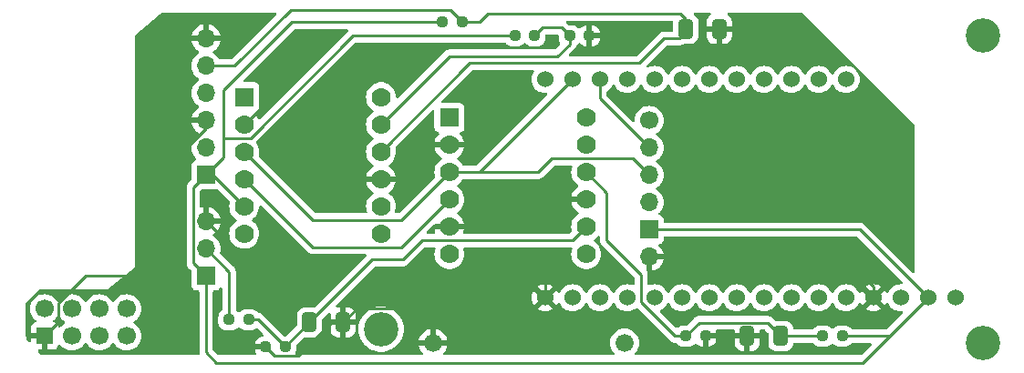
<source format=gtl>
G04 #@! TF.GenerationSoftware,KiCad,Pcbnew,7.0.8*
G04 #@! TF.CreationDate,2024-01-13T09:37:12-08:00*
G04 #@! TF.ProjectId,ph-sensor,70682d73-656e-4736-9f72-2e6b69636164,rev?*
G04 #@! TF.SameCoordinates,Original*
G04 #@! TF.FileFunction,Copper,L1,Top*
G04 #@! TF.FilePolarity,Positive*
%FSLAX46Y46*%
G04 Gerber Fmt 4.6, Leading zero omitted, Abs format (unit mm)*
G04 Created by KiCad (PCBNEW 7.0.8) date 2024-01-13 09:37:12*
%MOMM*%
%LPD*%
G01*
G04 APERTURE LIST*
G04 Aperture macros list*
%AMRoundRect*
0 Rectangle with rounded corners*
0 $1 Rounding radius*
0 $2 $3 $4 $5 $6 $7 $8 $9 X,Y pos of 4 corners*
0 Add a 4 corners polygon primitive as box body*
4,1,4,$2,$3,$4,$5,$6,$7,$8,$9,$2,$3,0*
0 Add four circle primitives for the rounded corners*
1,1,$1+$1,$2,$3*
1,1,$1+$1,$4,$5*
1,1,$1+$1,$6,$7*
1,1,$1+$1,$8,$9*
0 Add four rect primitives between the rounded corners*
20,1,$1+$1,$2,$3,$4,$5,0*
20,1,$1+$1,$4,$5,$6,$7,0*
20,1,$1+$1,$6,$7,$8,$9,0*
20,1,$1+$1,$8,$9,$2,$3,0*%
G04 Aperture macros list end*
G04 #@! TA.AperFunction,SMDPad,CuDef*
%ADD10RoundRect,0.250000X-0.412500X-0.650000X0.412500X-0.650000X0.412500X0.650000X-0.412500X0.650000X0*%
G04 #@! TD*
G04 #@! TA.AperFunction,ComponentPad*
%ADD11C,1.676400*%
G04 #@! TD*
G04 #@! TA.AperFunction,ComponentPad*
%ADD12C,3.200000*%
G04 #@! TD*
G04 #@! TA.AperFunction,SMDPad,CuDef*
%ADD13RoundRect,0.237500X0.250000X0.237500X-0.250000X0.237500X-0.250000X-0.237500X0.250000X-0.237500X0*%
G04 #@! TD*
G04 #@! TA.AperFunction,ComponentPad*
%ADD14R,1.778000X1.778000*%
G04 #@! TD*
G04 #@! TA.AperFunction,ComponentPad*
%ADD15C,1.778000*%
G04 #@! TD*
G04 #@! TA.AperFunction,SMDPad,CuDef*
%ADD16RoundRect,0.237500X-0.250000X-0.237500X0.250000X-0.237500X0.250000X0.237500X-0.250000X0.237500X0*%
G04 #@! TD*
G04 #@! TA.AperFunction,ComponentPad*
%ADD17C,1.700000*%
G04 #@! TD*
G04 #@! TA.AperFunction,ComponentPad*
%ADD18O,1.700000X1.700000*%
G04 #@! TD*
G04 #@! TA.AperFunction,ComponentPad*
%ADD19R,1.700000X1.700000*%
G04 #@! TD*
G04 #@! TA.AperFunction,SMDPad,CuDef*
%ADD20RoundRect,0.250000X0.412500X0.650000X-0.412500X0.650000X-0.412500X-0.650000X0.412500X-0.650000X0*%
G04 #@! TD*
G04 #@! TA.AperFunction,ComponentPad*
%ADD21R,1.524000X1.524000*%
G04 #@! TD*
G04 #@! TA.AperFunction,ComponentPad*
%ADD22C,1.530000*%
G04 #@! TD*
G04 #@! TA.AperFunction,ViaPad*
%ADD23C,0.800000*%
G04 #@! TD*
G04 #@! TA.AperFunction,Conductor*
%ADD24C,0.250000*%
G04 #@! TD*
G04 APERTURE END LIST*
D10*
X127977500Y-95250000D03*
X131102500Y-95250000D03*
D11*
X139446000Y-97155000D03*
X157226000Y-97155000D03*
D12*
X190500000Y-68580000D03*
D13*
X177442500Y-96520000D03*
X175617500Y-96520000D03*
D14*
X121920000Y-74295000D03*
D15*
X121920000Y-76835000D03*
X121920000Y-79375000D03*
X121920000Y-81915000D03*
X121920000Y-84455000D03*
X121920000Y-86995000D03*
X134620000Y-74295000D03*
X134620000Y-76835000D03*
X134620000Y-79375000D03*
X134620000Y-81915000D03*
X134620000Y-84455000D03*
X134620000Y-86995000D03*
D13*
X153947500Y-68580000D03*
X152122500Y-68580000D03*
D10*
X162902500Y-67945000D03*
X166027500Y-67945000D03*
D16*
X162917500Y-96520000D03*
X164742500Y-96520000D03*
D12*
X190500000Y-97155000D03*
D17*
X159512000Y-76454000D03*
D18*
X159512000Y-78994000D03*
X159512000Y-81534000D03*
X159512000Y-84074000D03*
D19*
X159512000Y-86614000D03*
D18*
X159512000Y-89154000D03*
D14*
X140970000Y-76200000D03*
D15*
X140970000Y-78740000D03*
X140970000Y-81280000D03*
X140970000Y-83820000D03*
X140970000Y-86360000D03*
X140970000Y-88900000D03*
X153670000Y-76200000D03*
X153670000Y-78740000D03*
X153670000Y-81280000D03*
X153670000Y-83820000D03*
X153670000Y-86360000D03*
X153670000Y-88900000D03*
D16*
X120499500Y-94996000D03*
X122324500Y-94996000D03*
D12*
X134620000Y-95885000D03*
D20*
X171742500Y-96520000D03*
X168617500Y-96520000D03*
D13*
X148867500Y-68580000D03*
X147042500Y-68580000D03*
X125730000Y-97536000D03*
X123905000Y-97536000D03*
D21*
X103378000Y-96520000D03*
D17*
X103378000Y-93980000D03*
X105918000Y-96520000D03*
X105918000Y-93980000D03*
X108458000Y-96520000D03*
X108458000Y-93980000D03*
X110998000Y-96520000D03*
X110998000Y-93980000D03*
D16*
X140335000Y-67310000D03*
X142160000Y-67310000D03*
D19*
X118364000Y-90932000D03*
D18*
X118364000Y-88392000D03*
X118364000Y-85852000D03*
D22*
X187960000Y-92964000D03*
X185420000Y-92964000D03*
X182880000Y-92964000D03*
X180340000Y-92964000D03*
X177800000Y-92964000D03*
X175260000Y-92964000D03*
X172720000Y-92964000D03*
X170180000Y-92964000D03*
X167640000Y-92964000D03*
X165100000Y-92964000D03*
X162560000Y-92964000D03*
X160020000Y-92964000D03*
X157480000Y-92964000D03*
X154940000Y-92964000D03*
X152400000Y-92964000D03*
X149860000Y-92964000D03*
X149860000Y-72644000D03*
X152400000Y-72644000D03*
X154940000Y-72644000D03*
X157480000Y-72644000D03*
X160020000Y-72644000D03*
X162560000Y-72644000D03*
X165100000Y-72644000D03*
X167640000Y-72644000D03*
X170180000Y-72644000D03*
X172720000Y-72644000D03*
X175260000Y-72644000D03*
X177800000Y-72644000D03*
D19*
X118364000Y-81534000D03*
D18*
X118364000Y-78994000D03*
X118364000Y-76454000D03*
X118364000Y-73914000D03*
X118364000Y-71374000D03*
X118364000Y-68834000D03*
D23*
X123190000Y-88646000D03*
X169672000Y-69850000D03*
X166624000Y-96520000D03*
X157480000Y-69850000D03*
X121920000Y-92456000D03*
X124714000Y-72644000D03*
X114300000Y-81280000D03*
X119380000Y-97028000D03*
X177800000Y-89408000D03*
X145034000Y-89662000D03*
X128778000Y-68834000D03*
D24*
X114300000Y-89662000D02*
X113030000Y-90932000D01*
X113030000Y-90932000D02*
X107188000Y-90932000D01*
X131102500Y-95250000D02*
X130048000Y-95250000D01*
X118364000Y-76454000D02*
X118364000Y-77216000D01*
X121158000Y-88646000D02*
X118364000Y-85852000D01*
X180340000Y-91948000D02*
X177800000Y-89408000D01*
X145034000Y-89662000D02*
X140736000Y-93960000D01*
X168617500Y-96520000D02*
X166624000Y-96520000D01*
X149860000Y-90932000D02*
X149860000Y-92964000D01*
X164742500Y-96520000D02*
X166624000Y-96520000D01*
X147320000Y-86360000D02*
X149860000Y-83820000D01*
X104648000Y-93472000D02*
X104648000Y-95250000D01*
X123190000Y-88646000D02*
X121158000Y-88646000D01*
X119380000Y-97028000D02*
X119888000Y-97536000D01*
X114300000Y-81280000D02*
X114300000Y-89662000D01*
X124714000Y-74041000D02*
X121920000Y-76835000D01*
X148590000Y-89662000D02*
X149860000Y-90932000D01*
X131102500Y-95250000D02*
X132392500Y-93960000D01*
X118364000Y-77216000D02*
X114300000Y-81280000D01*
X156210000Y-68580000D02*
X157480000Y-69850000D01*
X124714000Y-72644000D02*
X124714000Y-74041000D01*
X166027500Y-67945000D02*
X167767000Y-67945000D01*
X140970000Y-86360000D02*
X147320000Y-86360000D01*
X167767000Y-67945000D02*
X169672000Y-69850000D01*
X126962000Y-98336000D02*
X127762000Y-97536000D01*
X130048000Y-95250000D02*
X127762000Y-97536000D01*
X140736000Y-93960000D02*
X132392500Y-93960000D01*
X153947500Y-68580000D02*
X156210000Y-68580000D01*
X123905000Y-97536000D02*
X124705000Y-98336000D01*
X107188000Y-90932000D02*
X104648000Y-93472000D01*
X104648000Y-95250000D02*
X103378000Y-96520000D01*
X153670000Y-83820000D02*
X149860000Y-83820000D01*
X180340000Y-92964000D02*
X180340000Y-91948000D01*
X124705000Y-98336000D02*
X126962000Y-98336000D01*
X145669000Y-97155000D02*
X149860000Y-92964000D01*
X139446000Y-97155000D02*
X145669000Y-97155000D01*
X145034000Y-89662000D02*
X148590000Y-89662000D01*
X119888000Y-97536000D02*
X123905000Y-97536000D01*
X151003000Y-70485000D02*
X140970000Y-70485000D01*
X152122500Y-68580000D02*
X151360500Y-67818000D01*
X152122500Y-68580000D02*
X152122500Y-69365500D01*
X140970000Y-70485000D02*
X134620000Y-76835000D01*
X152122500Y-69365500D02*
X151003000Y-70485000D01*
X149629500Y-67818000D02*
X148867500Y-68580000D01*
X151360500Y-67818000D02*
X149629500Y-67818000D01*
X136525000Y-88265000D02*
X140970000Y-83820000D01*
X128270000Y-88265000D02*
X136525000Y-88265000D01*
X121920000Y-81915000D02*
X128270000Y-88265000D01*
X152400000Y-72644000D02*
X143764000Y-81280000D01*
X150495000Y-80010000D02*
X157988000Y-80010000D01*
X140970000Y-81280000D02*
X149225000Y-81280000D01*
X136525000Y-85725000D02*
X140970000Y-81280000D01*
X143764000Y-81280000D02*
X140970000Y-81280000D01*
X121920000Y-79375000D02*
X128270000Y-85725000D01*
X149225000Y-81280000D02*
X150495000Y-80010000D01*
X128270000Y-85725000D02*
X136525000Y-85725000D01*
X157988000Y-80010000D02*
X159512000Y-81534000D01*
X127977500Y-95250000D02*
X133819500Y-89408000D01*
X123190000Y-94996000D02*
X125730000Y-97536000D01*
X125730000Y-97497500D02*
X127977500Y-95250000D01*
X136652000Y-89408000D02*
X138430000Y-87630000D01*
X152400000Y-87630000D02*
X153670000Y-86360000D01*
X138430000Y-87630000D02*
X152400000Y-87630000D01*
X133819500Y-89408000D02*
X136652000Y-89408000D01*
X122324500Y-94996000D02*
X123190000Y-94996000D01*
X155575000Y-87628604D02*
X155575000Y-83185000D01*
X158750000Y-90803604D02*
X155575000Y-87628604D01*
X161925000Y-96520000D02*
X158750000Y-93345000D01*
X158750000Y-93345000D02*
X158750000Y-90803604D01*
X170517500Y-95295000D02*
X164142500Y-95295000D01*
X175617500Y-96520000D02*
X171742500Y-96520000D01*
X155575000Y-83185000D02*
X153670000Y-81280000D01*
X164142500Y-95295000D02*
X162917500Y-96520000D01*
X162917500Y-96520000D02*
X161925000Y-96520000D01*
X171742500Y-96520000D02*
X170517500Y-95295000D01*
X159512000Y-78994000D02*
X154940000Y-74422000D01*
X154940000Y-74422000D02*
X154940000Y-72644000D01*
X122486874Y-78105000D02*
X120015000Y-78105000D01*
X126365000Y-67310000D02*
X140335000Y-67310000D01*
X185420000Y-92964000D02*
X179369000Y-99015000D01*
X118999000Y-81534000D02*
X121920000Y-84455000D01*
X120015000Y-79883000D02*
X118364000Y-81534000D01*
X179070000Y-86614000D02*
X159512000Y-86614000D01*
X147042500Y-68580000D02*
X132011874Y-68580000D01*
X179369000Y-99015000D02*
X119335000Y-99015000D01*
X120015000Y-78105000D02*
X120015000Y-73660000D01*
X117189000Y-89757000D02*
X117189000Y-82709000D01*
X132011874Y-68580000D02*
X122486874Y-78105000D01*
X181864000Y-96520000D02*
X185420000Y-92964000D01*
X120015000Y-73660000D02*
X126365000Y-67310000D01*
X118364000Y-98044000D02*
X118364000Y-90932000D01*
X119335000Y-99015000D02*
X118364000Y-98044000D01*
X185420000Y-92964000D02*
X179070000Y-86614000D01*
X120015000Y-78105000D02*
X120015000Y-79883000D01*
X118364000Y-90932000D02*
X117189000Y-89757000D01*
X177442500Y-96520000D02*
X181864000Y-96520000D01*
X117189000Y-82709000D02*
X118364000Y-81534000D01*
X118364000Y-88392000D02*
X120499500Y-90527500D01*
X120499500Y-90527500D02*
X120499500Y-94996000D01*
X162902500Y-68237500D02*
X162306000Y-68834000D01*
X141048583Y-66198583D02*
X142160000Y-67310000D01*
X142875000Y-71120000D02*
X134620000Y-79375000D01*
X162902500Y-67945000D02*
X162902500Y-67045000D01*
X162405500Y-66548000D02*
X144526000Y-66548000D01*
X126206417Y-66198583D02*
X141048583Y-66198583D01*
X143764000Y-67310000D02*
X142160000Y-67310000D01*
X162902500Y-67045000D02*
X162405500Y-66548000D01*
X144526000Y-66548000D02*
X143764000Y-67310000D01*
X121031000Y-71374000D02*
X126206417Y-66198583D01*
X118364000Y-71374000D02*
X121031000Y-71374000D01*
X162306000Y-68834000D02*
X160889750Y-68834000D01*
X160889750Y-68834000D02*
X158603750Y-71120000D01*
X158603750Y-71120000D02*
X142875000Y-71120000D01*
G04 #@! TA.AperFunction,Conductor*
G36*
X124867086Y-66440685D02*
G01*
X124912841Y-66493489D01*
X124922785Y-66562647D01*
X124893760Y-66626203D01*
X124887728Y-66632681D01*
X120808228Y-70712181D01*
X120746905Y-70745666D01*
X120720547Y-70748500D01*
X119639227Y-70748500D01*
X119572188Y-70728815D01*
X119537652Y-70695623D01*
X119402494Y-70502597D01*
X119235402Y-70335506D01*
X119235401Y-70335505D01*
X119049405Y-70205269D01*
X119005781Y-70150692D01*
X118998588Y-70081193D01*
X119030110Y-70018839D01*
X119049405Y-70002119D01*
X119235082Y-69872105D01*
X119402105Y-69705082D01*
X119537600Y-69511578D01*
X119637429Y-69297492D01*
X119637432Y-69297486D01*
X119694636Y-69084000D01*
X118797686Y-69084000D01*
X118823493Y-69043844D01*
X118864000Y-68905889D01*
X118864000Y-68762111D01*
X118823493Y-68624156D01*
X118797686Y-68584000D01*
X119694636Y-68584000D01*
X119694635Y-68583999D01*
X119637432Y-68370513D01*
X119637429Y-68370507D01*
X119537600Y-68156422D01*
X119537599Y-68156420D01*
X119402113Y-67962926D01*
X119402108Y-67962920D01*
X119235082Y-67795894D01*
X119041578Y-67660399D01*
X118827492Y-67560570D01*
X118827486Y-67560567D01*
X118614000Y-67503364D01*
X118614000Y-68398498D01*
X118506315Y-68349320D01*
X118399763Y-68334000D01*
X118328237Y-68334000D01*
X118221685Y-68349320D01*
X118114000Y-68398498D01*
X118114000Y-67503364D01*
X118113999Y-67503364D01*
X117900513Y-67560567D01*
X117900507Y-67560570D01*
X117686422Y-67660399D01*
X117686420Y-67660400D01*
X117492926Y-67795886D01*
X117492920Y-67795891D01*
X117325891Y-67962920D01*
X117325886Y-67962926D01*
X117190400Y-68156420D01*
X117190399Y-68156422D01*
X117090570Y-68370507D01*
X117090567Y-68370513D01*
X117033364Y-68583999D01*
X117033364Y-68584000D01*
X117930314Y-68584000D01*
X117904507Y-68624156D01*
X117864000Y-68762111D01*
X117864000Y-68905889D01*
X117904507Y-69043844D01*
X117930314Y-69084000D01*
X117033364Y-69084000D01*
X117090567Y-69297486D01*
X117090570Y-69297492D01*
X117190399Y-69511578D01*
X117325894Y-69705082D01*
X117492917Y-69872105D01*
X117678595Y-70002119D01*
X117722219Y-70056696D01*
X117729412Y-70126195D01*
X117697890Y-70188549D01*
X117678595Y-70205269D01*
X117492594Y-70335508D01*
X117325505Y-70502597D01*
X117189965Y-70696169D01*
X117189964Y-70696171D01*
X117090098Y-70910335D01*
X117090094Y-70910344D01*
X117028938Y-71138586D01*
X117028936Y-71138596D01*
X117008341Y-71373999D01*
X117008341Y-71374000D01*
X117028936Y-71609403D01*
X117028938Y-71609413D01*
X117090094Y-71837655D01*
X117090096Y-71837659D01*
X117090097Y-71837663D01*
X117113172Y-71887147D01*
X117189965Y-72051830D01*
X117189967Y-72051834D01*
X117204080Y-72071989D01*
X117325501Y-72245396D01*
X117325506Y-72245402D01*
X117492597Y-72412493D01*
X117492603Y-72412498D01*
X117678158Y-72542425D01*
X117721783Y-72597002D01*
X117728977Y-72666500D01*
X117697454Y-72728855D01*
X117678158Y-72745575D01*
X117492597Y-72875505D01*
X117325505Y-73042597D01*
X117189965Y-73236169D01*
X117189964Y-73236171D01*
X117090098Y-73450335D01*
X117090094Y-73450344D01*
X117028938Y-73678586D01*
X117028936Y-73678596D01*
X117008341Y-73913999D01*
X117008341Y-73914000D01*
X117028936Y-74149403D01*
X117028938Y-74149413D01*
X117090094Y-74377655D01*
X117090096Y-74377659D01*
X117090097Y-74377663D01*
X117158561Y-74524484D01*
X117189965Y-74591830D01*
X117189967Y-74591834D01*
X117270680Y-74707103D01*
X117311777Y-74765796D01*
X117325501Y-74785395D01*
X117325506Y-74785402D01*
X117492597Y-74952493D01*
X117492603Y-74952498D01*
X117580403Y-75013976D01*
X117658515Y-75068671D01*
X117678594Y-75082730D01*
X117722219Y-75137307D01*
X117729413Y-75206805D01*
X117697890Y-75269160D01*
X117678595Y-75285880D01*
X117492922Y-75415890D01*
X117492920Y-75415891D01*
X117325891Y-75582920D01*
X117325886Y-75582926D01*
X117190400Y-75776420D01*
X117190399Y-75776422D01*
X117090570Y-75990507D01*
X117090567Y-75990513D01*
X117033364Y-76203999D01*
X117033364Y-76204000D01*
X117930314Y-76204000D01*
X117904507Y-76244156D01*
X117864000Y-76382111D01*
X117864000Y-76525889D01*
X117904507Y-76663844D01*
X117930314Y-76704000D01*
X117033364Y-76704000D01*
X117090567Y-76917486D01*
X117090570Y-76917492D01*
X117190399Y-77131578D01*
X117325894Y-77325082D01*
X117492917Y-77492105D01*
X117678595Y-77622119D01*
X117722219Y-77676696D01*
X117729412Y-77746195D01*
X117697890Y-77808549D01*
X117678595Y-77825269D01*
X117492594Y-77955508D01*
X117325505Y-78122597D01*
X117189965Y-78316169D01*
X117189964Y-78316171D01*
X117090098Y-78530335D01*
X117090094Y-78530344D01*
X117028938Y-78758586D01*
X117028936Y-78758596D01*
X117008341Y-78993999D01*
X117008341Y-78994000D01*
X117028936Y-79229403D01*
X117028938Y-79229413D01*
X117090094Y-79457655D01*
X117090096Y-79457659D01*
X117090097Y-79457663D01*
X117150086Y-79586310D01*
X117189965Y-79671830D01*
X117189967Y-79671834D01*
X117325501Y-79865395D01*
X117325506Y-79865402D01*
X117447430Y-79987326D01*
X117480915Y-80048649D01*
X117475931Y-80118341D01*
X117434059Y-80174274D01*
X117403083Y-80191189D01*
X117271669Y-80240203D01*
X117271664Y-80240206D01*
X117156455Y-80326452D01*
X117156452Y-80326455D01*
X117070206Y-80441664D01*
X117070202Y-80441671D01*
X117019908Y-80576517D01*
X117013501Y-80636116D01*
X117013500Y-80636135D01*
X117013500Y-81948546D01*
X116993815Y-82015585D01*
X116977181Y-82036227D01*
X116805208Y-82208199D01*
X116792951Y-82218020D01*
X116793134Y-82218241D01*
X116787123Y-82223213D01*
X116739772Y-82273636D01*
X116718889Y-82294519D01*
X116718877Y-82294532D01*
X116714621Y-82300017D01*
X116710837Y-82304447D01*
X116678937Y-82338418D01*
X116678936Y-82338420D01*
X116669284Y-82355976D01*
X116658610Y-82372226D01*
X116646329Y-82388061D01*
X116646324Y-82388068D01*
X116627815Y-82430838D01*
X116625245Y-82436084D01*
X116602803Y-82476906D01*
X116597822Y-82496307D01*
X116591521Y-82514710D01*
X116583562Y-82533102D01*
X116583561Y-82533105D01*
X116576271Y-82579127D01*
X116575087Y-82584846D01*
X116563501Y-82629972D01*
X116563500Y-82629982D01*
X116563500Y-82650016D01*
X116561973Y-82669413D01*
X116561249Y-82673983D01*
X116558840Y-82689194D01*
X116558840Y-82689195D01*
X116563225Y-82735583D01*
X116563500Y-82741421D01*
X116563500Y-89674255D01*
X116561775Y-89689872D01*
X116562061Y-89689899D01*
X116561326Y-89697665D01*
X116563500Y-89766814D01*
X116563500Y-89796343D01*
X116563501Y-89796360D01*
X116564368Y-89803231D01*
X116564826Y-89809050D01*
X116566290Y-89855624D01*
X116566291Y-89855627D01*
X116571880Y-89874867D01*
X116575824Y-89893911D01*
X116578336Y-89913792D01*
X116584709Y-89929888D01*
X116595490Y-89957119D01*
X116597382Y-89962647D01*
X116610381Y-90007388D01*
X116620580Y-90024634D01*
X116629138Y-90042103D01*
X116636514Y-90060732D01*
X116663898Y-90098423D01*
X116667106Y-90103307D01*
X116690827Y-90143416D01*
X116690833Y-90143424D01*
X116704990Y-90157580D01*
X116717628Y-90172376D01*
X116729405Y-90188586D01*
X116729406Y-90188587D01*
X116765309Y-90218288D01*
X116769620Y-90222210D01*
X116874797Y-90327387D01*
X116977181Y-90429771D01*
X117010666Y-90491094D01*
X117013500Y-90517452D01*
X117013500Y-91829870D01*
X117013501Y-91829876D01*
X117019908Y-91889483D01*
X117070202Y-92024328D01*
X117070206Y-92024335D01*
X117156452Y-92139544D01*
X117156455Y-92139547D01*
X117271664Y-92225793D01*
X117271671Y-92225797D01*
X117305245Y-92238319D01*
X117406517Y-92276091D01*
X117466127Y-92282500D01*
X117614500Y-92282499D01*
X117681539Y-92302183D01*
X117727294Y-92354987D01*
X117738500Y-92406499D01*
X117738500Y-97961255D01*
X117736775Y-97976872D01*
X117737061Y-97976899D01*
X117736326Y-97984665D01*
X117738500Y-98053814D01*
X117738500Y-98083343D01*
X117738501Y-98083360D01*
X117739368Y-98090231D01*
X117739826Y-98096050D01*
X117741290Y-98142628D01*
X117742511Y-98150331D01*
X117740323Y-98150677D01*
X117740153Y-98209281D01*
X117702207Y-98267949D01*
X117638568Y-98296789D01*
X117621278Y-98298000D01*
X103175362Y-98298000D01*
X103108323Y-98278315D01*
X103087681Y-98261681D01*
X102819681Y-97993681D01*
X102786196Y-97932358D01*
X102791180Y-97862666D01*
X102833052Y-97806733D01*
X102898516Y-97782316D01*
X102907362Y-97782000D01*
X103128000Y-97782000D01*
X103128000Y-96955501D01*
X103235685Y-97004680D01*
X103342237Y-97020000D01*
X103413763Y-97020000D01*
X103520315Y-97004680D01*
X103628000Y-96955501D01*
X103628000Y-97782000D01*
X104187828Y-97782000D01*
X104187844Y-97781999D01*
X104247372Y-97775598D01*
X104247379Y-97775596D01*
X104382086Y-97725354D01*
X104382093Y-97725350D01*
X104497187Y-97639190D01*
X104497190Y-97639187D01*
X104583350Y-97524093D01*
X104583354Y-97524086D01*
X104636125Y-97382599D01*
X104677996Y-97326666D01*
X104743460Y-97302248D01*
X104811733Y-97317099D01*
X104853881Y-97354808D01*
X104879498Y-97391393D01*
X104879501Y-97391396D01*
X104879505Y-97391401D01*
X105046599Y-97558495D01*
X105126741Y-97614611D01*
X105240165Y-97694032D01*
X105240167Y-97694033D01*
X105240170Y-97694035D01*
X105454337Y-97793903D01*
X105682592Y-97855063D01*
X105870918Y-97871539D01*
X105917999Y-97875659D01*
X105918000Y-97875659D01*
X105918001Y-97875659D01*
X105957234Y-97872226D01*
X106153408Y-97855063D01*
X106381663Y-97793903D01*
X106595830Y-97694035D01*
X106789401Y-97558495D01*
X106956495Y-97391401D01*
X107086425Y-97205842D01*
X107141002Y-97162217D01*
X107210500Y-97155023D01*
X107272855Y-97186546D01*
X107289575Y-97205842D01*
X107419500Y-97391395D01*
X107419505Y-97391401D01*
X107586599Y-97558495D01*
X107666741Y-97614611D01*
X107780165Y-97694032D01*
X107780167Y-97694033D01*
X107780170Y-97694035D01*
X107994337Y-97793903D01*
X108222592Y-97855063D01*
X108410918Y-97871539D01*
X108457999Y-97875659D01*
X108458000Y-97875659D01*
X108458001Y-97875659D01*
X108497234Y-97872226D01*
X108693408Y-97855063D01*
X108921663Y-97793903D01*
X109135830Y-97694035D01*
X109329401Y-97558495D01*
X109496495Y-97391401D01*
X109626425Y-97205842D01*
X109681002Y-97162217D01*
X109750500Y-97155023D01*
X109812855Y-97186546D01*
X109829575Y-97205842D01*
X109959500Y-97391395D01*
X109959505Y-97391401D01*
X110126599Y-97558495D01*
X110206741Y-97614611D01*
X110320165Y-97694032D01*
X110320167Y-97694033D01*
X110320170Y-97694035D01*
X110534337Y-97793903D01*
X110762592Y-97855063D01*
X110950918Y-97871539D01*
X110997999Y-97875659D01*
X110998000Y-97875659D01*
X110998001Y-97875659D01*
X111037234Y-97872226D01*
X111233408Y-97855063D01*
X111461663Y-97793903D01*
X111675830Y-97694035D01*
X111869401Y-97558495D01*
X112036495Y-97391401D01*
X112172035Y-97197830D01*
X112271903Y-96983663D01*
X112333063Y-96755408D01*
X112353659Y-96520000D01*
X112333063Y-96284592D01*
X112271903Y-96056337D01*
X112172035Y-95842171D01*
X112172007Y-95842130D01*
X112036494Y-95648597D01*
X111869402Y-95481506D01*
X111869396Y-95481501D01*
X111683842Y-95351575D01*
X111640217Y-95296998D01*
X111633023Y-95227500D01*
X111664546Y-95165145D01*
X111683842Y-95148425D01*
X111710154Y-95130001D01*
X111869401Y-95018495D01*
X112036495Y-94851401D01*
X112172035Y-94657830D01*
X112271903Y-94443663D01*
X112333063Y-94215408D01*
X112353659Y-93980000D01*
X112333063Y-93744592D01*
X112271903Y-93516337D01*
X112172035Y-93302171D01*
X112171505Y-93301413D01*
X112036494Y-93108597D01*
X111869402Y-92941506D01*
X111869395Y-92941501D01*
X111675834Y-92805967D01*
X111675830Y-92805965D01*
X111555727Y-92749960D01*
X111461663Y-92706097D01*
X111461659Y-92706096D01*
X111461655Y-92706094D01*
X111233413Y-92644938D01*
X111233403Y-92644936D01*
X110998001Y-92624341D01*
X110997999Y-92624341D01*
X110762596Y-92644936D01*
X110762586Y-92644938D01*
X110534344Y-92706094D01*
X110534335Y-92706098D01*
X110320171Y-92805964D01*
X110320169Y-92805965D01*
X110126597Y-92941505D01*
X109959505Y-93108597D01*
X109829575Y-93294158D01*
X109774998Y-93337783D01*
X109705500Y-93344977D01*
X109643145Y-93313454D01*
X109626425Y-93294158D01*
X109496494Y-93108597D01*
X109329402Y-92941506D01*
X109329395Y-92941501D01*
X109135834Y-92805967D01*
X109135830Y-92805965D01*
X109015727Y-92749960D01*
X108921663Y-92706097D01*
X108921659Y-92706096D01*
X108921655Y-92706094D01*
X108693413Y-92644938D01*
X108693403Y-92644936D01*
X108458001Y-92624341D01*
X108457999Y-92624341D01*
X108222596Y-92644936D01*
X108222586Y-92644938D01*
X107994344Y-92706094D01*
X107994335Y-92706098D01*
X107780171Y-92805964D01*
X107780169Y-92805965D01*
X107586597Y-92941505D01*
X107419505Y-93108597D01*
X107289575Y-93294158D01*
X107234998Y-93337783D01*
X107165500Y-93344977D01*
X107103145Y-93313454D01*
X107086425Y-93294158D01*
X106956494Y-93108597D01*
X106789402Y-92941506D01*
X106789395Y-92941501D01*
X106595834Y-92805967D01*
X106595830Y-92805965D01*
X106475727Y-92749960D01*
X106381663Y-92706097D01*
X106381659Y-92706096D01*
X106381655Y-92706094D01*
X106153413Y-92644938D01*
X106153403Y-92644936D01*
X105918001Y-92624341D01*
X105917999Y-92624341D01*
X105682596Y-92644936D01*
X105682586Y-92644938D01*
X105454344Y-92706094D01*
X105454335Y-92706098D01*
X105240171Y-92805964D01*
X105240169Y-92805965D01*
X105046597Y-92941505D01*
X104879505Y-93108597D01*
X104749575Y-93294158D01*
X104694998Y-93337783D01*
X104625500Y-93344977D01*
X104563145Y-93313454D01*
X104546425Y-93294158D01*
X104416494Y-93108597D01*
X104249402Y-92941506D01*
X104249395Y-92941501D01*
X104055834Y-92805967D01*
X104055830Y-92805965D01*
X103935727Y-92749960D01*
X103841663Y-92706097D01*
X103841659Y-92706096D01*
X103841655Y-92706094D01*
X103613413Y-92644938D01*
X103613403Y-92644936D01*
X103378001Y-92624341D01*
X103377999Y-92624341D01*
X103142596Y-92644936D01*
X103142586Y-92644938D01*
X102914344Y-92706094D01*
X102914335Y-92706098D01*
X102700171Y-92805964D01*
X102700169Y-92805965D01*
X102506597Y-92941505D01*
X102339505Y-93108597D01*
X102203965Y-93302169D01*
X102203964Y-93302171D01*
X102104098Y-93516335D01*
X102104094Y-93516344D01*
X102042938Y-93744586D01*
X102042936Y-93744596D01*
X102022341Y-93979999D01*
X102022341Y-93980000D01*
X102042936Y-94215403D01*
X102042938Y-94215413D01*
X102104094Y-94443655D01*
X102104096Y-94443659D01*
X102104097Y-94443663D01*
X102182693Y-94612212D01*
X102203965Y-94657830D01*
X102203967Y-94657834D01*
X102301293Y-94796829D01*
X102339505Y-94851401D01*
X102506599Y-95018495D01*
X102543191Y-95044117D01*
X102586816Y-95098695D01*
X102594008Y-95168193D01*
X102562486Y-95230548D01*
X102515400Y-95261874D01*
X102373913Y-95314645D01*
X102373906Y-95314649D01*
X102258812Y-95400809D01*
X102258809Y-95400812D01*
X102172649Y-95515906D01*
X102172645Y-95515913D01*
X102122403Y-95650620D01*
X102122401Y-95650627D01*
X102116000Y-95710155D01*
X102116000Y-96270000D01*
X102944314Y-96270000D01*
X102918507Y-96310156D01*
X102878000Y-96448111D01*
X102878000Y-96591889D01*
X102918507Y-96729844D01*
X102944314Y-96770000D01*
X102116000Y-96770000D01*
X102116000Y-96990638D01*
X102096315Y-97057677D01*
X102043511Y-97103432D01*
X101974353Y-97113376D01*
X101910797Y-97084351D01*
X101904319Y-97078319D01*
X101758247Y-96932247D01*
X101725644Y-96874695D01*
X101701286Y-96777449D01*
X101700104Y-96771501D01*
X101646575Y-96410631D01*
X101645981Y-96404583D01*
X101627992Y-96038341D01*
X101627917Y-96035298D01*
X101627917Y-96013675D01*
X101627918Y-95971278D01*
X101627917Y-95971274D01*
X101627917Y-93495445D01*
X101647602Y-93428406D01*
X101664236Y-93407764D01*
X102833681Y-92238319D01*
X102895004Y-92204834D01*
X102921362Y-92202000D01*
X109219999Y-92202000D01*
X109220000Y-92202000D01*
X111760000Y-90170000D01*
X111760000Y-68637341D01*
X111779685Y-68570302D01*
X111803689Y-68542864D01*
X114029954Y-66650539D01*
X114265271Y-66450520D01*
X114329099Y-66422100D01*
X114345579Y-66421000D01*
X124800047Y-66421000D01*
X124867086Y-66440685D01*
G37*
G04 #@! TD.AperFunction*
G04 #@! TA.AperFunction,Conductor*
G36*
X119837682Y-92020395D02*
G01*
X119871166Y-92081719D01*
X119874000Y-92108076D01*
X119874000Y-94053808D01*
X119854315Y-94120847D01*
X119815099Y-94159345D01*
X119788652Y-94175657D01*
X119666661Y-94297648D01*
X119576093Y-94444481D01*
X119576091Y-94444486D01*
X119565553Y-94476288D01*
X119521826Y-94608247D01*
X119521826Y-94608248D01*
X119521825Y-94608248D01*
X119511500Y-94709315D01*
X119511500Y-95282669D01*
X119511501Y-95282687D01*
X119521825Y-95383752D01*
X119533158Y-95417951D01*
X119574153Y-95541666D01*
X119576092Y-95547515D01*
X119576093Y-95547518D01*
X119595905Y-95579638D01*
X119666660Y-95694350D01*
X119788650Y-95816340D01*
X119935484Y-95906908D01*
X120099247Y-95961174D01*
X120200323Y-95971500D01*
X120798676Y-95971499D01*
X120798684Y-95971498D01*
X120798687Y-95971498D01*
X120854030Y-95965844D01*
X120899753Y-95961174D01*
X121063516Y-95906908D01*
X121210350Y-95816340D01*
X121324319Y-95702371D01*
X121385642Y-95668886D01*
X121455334Y-95673870D01*
X121499681Y-95702371D01*
X121613650Y-95816340D01*
X121760484Y-95906908D01*
X121924247Y-95961174D01*
X122025323Y-95971500D01*
X122623676Y-95971499D01*
X122623684Y-95971498D01*
X122623687Y-95971498D01*
X122679030Y-95965844D01*
X122724753Y-95961174D01*
X122888516Y-95906908D01*
X123007813Y-95833325D01*
X123075205Y-95814884D01*
X123141869Y-95835806D01*
X123160591Y-95851182D01*
X123661369Y-96351960D01*
X123694854Y-96413283D01*
X123689870Y-96482975D01*
X123647998Y-96538908D01*
X123586290Y-96562999D01*
X123504847Y-96571319D01*
X123341199Y-96625546D01*
X123341188Y-96625551D01*
X123194465Y-96716052D01*
X123194461Y-96716055D01*
X123072555Y-96837961D01*
X123072552Y-96837965D01*
X122982051Y-96984688D01*
X122982046Y-96984699D01*
X122927819Y-97148347D01*
X122917500Y-97249345D01*
X122917500Y-97286000D01*
X124031000Y-97286000D01*
X124098039Y-97305685D01*
X124143794Y-97358489D01*
X124155000Y-97410000D01*
X124155000Y-97662000D01*
X124135315Y-97729039D01*
X124082511Y-97774794D01*
X124031000Y-97786000D01*
X122917501Y-97786000D01*
X122917501Y-97822654D01*
X122927819Y-97923652D01*
X122982046Y-98087300D01*
X122982049Y-98087307D01*
X122995370Y-98108902D01*
X123013811Y-98176294D01*
X122992889Y-98242958D01*
X122939248Y-98287728D01*
X122889832Y-98298000D01*
X119553953Y-98298000D01*
X119486914Y-98278315D01*
X119466272Y-98261681D01*
X119025819Y-97821228D01*
X118992334Y-97759905D01*
X118989500Y-97733547D01*
X118989500Y-92406499D01*
X119009185Y-92339460D01*
X119061989Y-92293705D01*
X119113500Y-92282499D01*
X119261871Y-92282499D01*
X119261872Y-92282499D01*
X119321483Y-92276091D01*
X119456331Y-92225796D01*
X119571546Y-92139546D01*
X119650734Y-92033763D01*
X119706667Y-91991894D01*
X119776359Y-91986910D01*
X119837682Y-92020395D01*
G37*
G04 #@! TD.AperFunction*
G04 #@! TA.AperFunction,Conductor*
G36*
X154863995Y-87221587D02*
G01*
X154921611Y-87261111D01*
X154948713Y-87325510D01*
X154949500Y-87339460D01*
X154949500Y-87545859D01*
X154947775Y-87561476D01*
X154948061Y-87561503D01*
X154947326Y-87569269D01*
X154949500Y-87638418D01*
X154949500Y-87667947D01*
X154949501Y-87667964D01*
X154950368Y-87674835D01*
X154950826Y-87680654D01*
X154952290Y-87727228D01*
X154952291Y-87727231D01*
X154957880Y-87746471D01*
X154961824Y-87765515D01*
X154964336Y-87785396D01*
X154978649Y-87821547D01*
X154981490Y-87828723D01*
X154983382Y-87834251D01*
X154996381Y-87878992D01*
X155006580Y-87896238D01*
X155015138Y-87913707D01*
X155022514Y-87932336D01*
X155049898Y-87970027D01*
X155053106Y-87974911D01*
X155076827Y-88015020D01*
X155076833Y-88015028D01*
X155090990Y-88029184D01*
X155103628Y-88043980D01*
X155115405Y-88060190D01*
X155115406Y-88060191D01*
X155151309Y-88089892D01*
X155155620Y-88093814D01*
X156625400Y-89563594D01*
X158088181Y-91026375D01*
X158121666Y-91087698D01*
X158124500Y-91114056D01*
X158124500Y-91673569D01*
X158104815Y-91740608D01*
X158052011Y-91786363D01*
X157982853Y-91796307D01*
X157948098Y-91785952D01*
X157914487Y-91770279D01*
X157914475Y-91770275D01*
X157700592Y-91712965D01*
X157700585Y-91712964D01*
X157480002Y-91693666D01*
X157479998Y-91693666D01*
X157259414Y-91712964D01*
X157259407Y-91712965D01*
X157045524Y-91770275D01*
X157045513Y-91770279D01*
X156844836Y-91863856D01*
X156844834Y-91863857D01*
X156663444Y-91990868D01*
X156506868Y-92147444D01*
X156379857Y-92328834D01*
X156379856Y-92328836D01*
X156322382Y-92452091D01*
X156276210Y-92504531D01*
X156209017Y-92523683D01*
X156142135Y-92503467D01*
X156097618Y-92452091D01*
X156069050Y-92390828D01*
X156040142Y-92328833D01*
X155913132Y-92147445D01*
X155756555Y-91990868D01*
X155575167Y-91863858D01*
X155502292Y-91829876D01*
X155374486Y-91770279D01*
X155374475Y-91770275D01*
X155160592Y-91712965D01*
X155160585Y-91712964D01*
X154940002Y-91693666D01*
X154939998Y-91693666D01*
X154719414Y-91712964D01*
X154719407Y-91712965D01*
X154505524Y-91770275D01*
X154505513Y-91770279D01*
X154304836Y-91863856D01*
X154304834Y-91863857D01*
X154123444Y-91990868D01*
X153966868Y-92147444D01*
X153839857Y-92328834D01*
X153839856Y-92328836D01*
X153782382Y-92452091D01*
X153736210Y-92504531D01*
X153669017Y-92523683D01*
X153602135Y-92503467D01*
X153557618Y-92452091D01*
X153529050Y-92390828D01*
X153500142Y-92328833D01*
X153373132Y-92147445D01*
X153216555Y-91990868D01*
X153035167Y-91863858D01*
X152962292Y-91829876D01*
X152834486Y-91770279D01*
X152834475Y-91770275D01*
X152620592Y-91712965D01*
X152620585Y-91712964D01*
X152400002Y-91693666D01*
X152399998Y-91693666D01*
X152179414Y-91712964D01*
X152179407Y-91712965D01*
X151965524Y-91770275D01*
X151965513Y-91770279D01*
X151764836Y-91863856D01*
X151764834Y-91863857D01*
X151583444Y-91990868D01*
X151426868Y-92147444D01*
X151299857Y-92328833D01*
X151242106Y-92452683D01*
X151195934Y-92505122D01*
X151128740Y-92524274D01*
X151061859Y-92504058D01*
X151017342Y-92452683D01*
X150959707Y-92329085D01*
X150959706Y-92329083D01*
X150913894Y-92263657D01*
X150913894Y-92263656D01*
X150351132Y-92826418D01*
X150328682Y-92749960D01*
X150249395Y-92626587D01*
X150138562Y-92530549D01*
X150005161Y-92469627D01*
X150001366Y-92469081D01*
X150560342Y-91910105D01*
X150560341Y-91910103D01*
X150494919Y-91864295D01*
X150294309Y-91770749D01*
X150294300Y-91770745D01*
X150080509Y-91713461D01*
X150080499Y-91713459D01*
X149860001Y-91694168D01*
X149859999Y-91694168D01*
X149639500Y-91713459D01*
X149639490Y-91713461D01*
X149425699Y-91770745D01*
X149425690Y-91770749D01*
X149225084Y-91864293D01*
X149159657Y-91910104D01*
X149718634Y-92469081D01*
X149714839Y-92469627D01*
X149581438Y-92530549D01*
X149470605Y-92626587D01*
X149391318Y-92749960D01*
X149368866Y-92826419D01*
X148806104Y-92263657D01*
X148760293Y-92329084D01*
X148666749Y-92529690D01*
X148666745Y-92529699D01*
X148609461Y-92743490D01*
X148609459Y-92743500D01*
X148590168Y-92963999D01*
X148590168Y-92964000D01*
X148609459Y-93184499D01*
X148609461Y-93184509D01*
X148666745Y-93398300D01*
X148666749Y-93398309D01*
X148760295Y-93598919D01*
X148806103Y-93664341D01*
X148806105Y-93664342D01*
X149368866Y-93101580D01*
X149391318Y-93178040D01*
X149470605Y-93301413D01*
X149581438Y-93397451D01*
X149714839Y-93458373D01*
X149718633Y-93458918D01*
X149159656Y-94017894D01*
X149225083Y-94063706D01*
X149225085Y-94063707D01*
X149425690Y-94157250D01*
X149425699Y-94157254D01*
X149639490Y-94214538D01*
X149639500Y-94214540D01*
X149859999Y-94233832D01*
X149860001Y-94233832D01*
X150080499Y-94214540D01*
X150080509Y-94214538D01*
X150294300Y-94157254D01*
X150294309Y-94157250D01*
X150494915Y-94063706D01*
X150560342Y-94017894D01*
X150001366Y-93458918D01*
X150005161Y-93458373D01*
X150138562Y-93397451D01*
X150249395Y-93301413D01*
X150328682Y-93178040D01*
X150351133Y-93101580D01*
X150913894Y-93664342D01*
X150959707Y-93598914D01*
X150959708Y-93598912D01*
X151017342Y-93475317D01*
X151063514Y-93422877D01*
X151130707Y-93403725D01*
X151197589Y-93423941D01*
X151242106Y-93475317D01*
X151299858Y-93599167D01*
X151426868Y-93780555D01*
X151583445Y-93937132D01*
X151764833Y-94064142D01*
X151809905Y-94085159D01*
X151965513Y-94157720D01*
X151965515Y-94157720D01*
X151965520Y-94157723D01*
X152179409Y-94215035D01*
X152336974Y-94228820D01*
X152399998Y-94234334D01*
X152400000Y-94234334D01*
X152400002Y-94234334D01*
X152455147Y-94229509D01*
X152620591Y-94215035D01*
X152834480Y-94157723D01*
X153035167Y-94064142D01*
X153216555Y-93937132D01*
X153373132Y-93780555D01*
X153500142Y-93599167D01*
X153557618Y-93475907D01*
X153603790Y-93423468D01*
X153670983Y-93404316D01*
X153737864Y-93424531D01*
X153782381Y-93475907D01*
X153839858Y-93599167D01*
X153966868Y-93780555D01*
X154123445Y-93937132D01*
X154304833Y-94064142D01*
X154349905Y-94085159D01*
X154505513Y-94157720D01*
X154505515Y-94157720D01*
X154505520Y-94157723D01*
X154719409Y-94215035D01*
X154876974Y-94228820D01*
X154939998Y-94234334D01*
X154940000Y-94234334D01*
X154940002Y-94234334D01*
X154995147Y-94229509D01*
X155160591Y-94215035D01*
X155374480Y-94157723D01*
X155575167Y-94064142D01*
X155756555Y-93937132D01*
X155913132Y-93780555D01*
X156040142Y-93599167D01*
X156097618Y-93475907D01*
X156143790Y-93423468D01*
X156210983Y-93404316D01*
X156277864Y-93424531D01*
X156322381Y-93475907D01*
X156379858Y-93599167D01*
X156506868Y-93780555D01*
X156663445Y-93937132D01*
X156844833Y-94064142D01*
X156889905Y-94085159D01*
X157045513Y-94157720D01*
X157045515Y-94157720D01*
X157045520Y-94157723D01*
X157259409Y-94215035D01*
X157416974Y-94228820D01*
X157479998Y-94234334D01*
X157480000Y-94234334D01*
X157480002Y-94234334D01*
X157535147Y-94229509D01*
X157700591Y-94215035D01*
X157914480Y-94157723D01*
X158115167Y-94064142D01*
X158296555Y-93937132D01*
X158296573Y-93937113D01*
X158297029Y-93936732D01*
X158297286Y-93936619D01*
X158300990Y-93934026D01*
X158301510Y-93934769D01*
X158361032Y-93908707D01*
X158430026Y-93919732D01*
X158464434Y-93944024D01*
X159997455Y-95477046D01*
X161424197Y-96903788D01*
X161434022Y-96916051D01*
X161434243Y-96915869D01*
X161439214Y-96921878D01*
X161460045Y-96941439D01*
X161489635Y-96969226D01*
X161510529Y-96990120D01*
X161516011Y-96994373D01*
X161520443Y-96998157D01*
X161554418Y-97030062D01*
X161571976Y-97039714D01*
X161588233Y-97050393D01*
X161604064Y-97062673D01*
X161623737Y-97071186D01*
X161646833Y-97081182D01*
X161652077Y-97083750D01*
X161692908Y-97106197D01*
X161705523Y-97109435D01*
X161712305Y-97111177D01*
X161730719Y-97117481D01*
X161749104Y-97125438D01*
X161795157Y-97132732D01*
X161800826Y-97133906D01*
X161845981Y-97145500D01*
X161866016Y-97145500D01*
X161885413Y-97147026D01*
X161905196Y-97150160D01*
X161951584Y-97145775D01*
X161957422Y-97145500D01*
X161970519Y-97145500D01*
X162037558Y-97165185D01*
X162076058Y-97204404D01*
X162084660Y-97218350D01*
X162206650Y-97340340D01*
X162353484Y-97430908D01*
X162517247Y-97485174D01*
X162618323Y-97495500D01*
X163216676Y-97495499D01*
X163216684Y-97495498D01*
X163216687Y-97495498D01*
X163277009Y-97489336D01*
X163317753Y-97485174D01*
X163481516Y-97430908D01*
X163628350Y-97340340D01*
X163742675Y-97226014D01*
X163803994Y-97192532D01*
X163873686Y-97197516D01*
X163918034Y-97226017D01*
X164031961Y-97339944D01*
X164031965Y-97339947D01*
X164178688Y-97430448D01*
X164178699Y-97430453D01*
X164342347Y-97484680D01*
X164443351Y-97494999D01*
X164492499Y-97494998D01*
X164492500Y-97494998D01*
X164492500Y-96770000D01*
X164992500Y-96770000D01*
X164992500Y-97494999D01*
X165041640Y-97494999D01*
X165041654Y-97494998D01*
X165142652Y-97484680D01*
X165306300Y-97430453D01*
X165306311Y-97430448D01*
X165453034Y-97339947D01*
X165453038Y-97339944D01*
X165574944Y-97218038D01*
X165574947Y-97218034D01*
X165665448Y-97071311D01*
X165665453Y-97071300D01*
X165719680Y-96907652D01*
X165729999Y-96806654D01*
X165730000Y-96806641D01*
X165730000Y-96770000D01*
X167455001Y-96770000D01*
X167455001Y-97219986D01*
X167465494Y-97322697D01*
X167520641Y-97489119D01*
X167520643Y-97489124D01*
X167612684Y-97638345D01*
X167736654Y-97762315D01*
X167885875Y-97854356D01*
X167885880Y-97854358D01*
X168052302Y-97909505D01*
X168052309Y-97909506D01*
X168155019Y-97919999D01*
X168367499Y-97919999D01*
X168367500Y-97919998D01*
X168367500Y-96770000D01*
X168867500Y-96770000D01*
X168867500Y-97919999D01*
X169079972Y-97919999D01*
X169079986Y-97919998D01*
X169182697Y-97909505D01*
X169349119Y-97854358D01*
X169349124Y-97854356D01*
X169498345Y-97762315D01*
X169622315Y-97638345D01*
X169714356Y-97489124D01*
X169714358Y-97489119D01*
X169769505Y-97322697D01*
X169769506Y-97322690D01*
X169779999Y-97219986D01*
X169780000Y-97219973D01*
X169780000Y-96770000D01*
X168867500Y-96770000D01*
X168367500Y-96770000D01*
X167455001Y-96770000D01*
X165730000Y-96770000D01*
X164992500Y-96770000D01*
X164492500Y-96770000D01*
X164492500Y-96394000D01*
X164512185Y-96326961D01*
X164564989Y-96281206D01*
X164616500Y-96270000D01*
X165729999Y-96270000D01*
X165729999Y-96233360D01*
X165729998Y-96233345D01*
X165719680Y-96132346D01*
X165703496Y-96083503D01*
X165701095Y-96013675D01*
X165736826Y-95953633D01*
X165799347Y-95922441D01*
X165821202Y-95920500D01*
X167331000Y-95920500D01*
X167398039Y-95940185D01*
X167443794Y-95992989D01*
X167455000Y-96044500D01*
X167455000Y-96270000D01*
X169779999Y-96270000D01*
X169779999Y-96044500D01*
X169799684Y-95977461D01*
X169852488Y-95931706D01*
X169903999Y-95920500D01*
X170207048Y-95920500D01*
X170274087Y-95940185D01*
X170294729Y-95956819D01*
X170543181Y-96205271D01*
X170576666Y-96266594D01*
X170579500Y-96292952D01*
X170579500Y-97220001D01*
X170579501Y-97220019D01*
X170590000Y-97322796D01*
X170590001Y-97322799D01*
X170645185Y-97489331D01*
X170645187Y-97489336D01*
X170648989Y-97495500D01*
X170737288Y-97638656D01*
X170861344Y-97762712D01*
X171010666Y-97854814D01*
X171177203Y-97909999D01*
X171279991Y-97920500D01*
X172205008Y-97920499D01*
X172205016Y-97920498D01*
X172205019Y-97920498D01*
X172261302Y-97914748D01*
X172307797Y-97909999D01*
X172474334Y-97854814D01*
X172623656Y-97762712D01*
X172747712Y-97638656D01*
X172839814Y-97489334D01*
X172894999Y-97322797D01*
X172898758Y-97286000D01*
X172901732Y-97256897D01*
X172928129Y-97192205D01*
X172985310Y-97152054D01*
X173025090Y-97145500D01*
X174670519Y-97145500D01*
X174737558Y-97165185D01*
X174776058Y-97204404D01*
X174784660Y-97218350D01*
X174906650Y-97340340D01*
X175053484Y-97430908D01*
X175217247Y-97485174D01*
X175318323Y-97495500D01*
X175916676Y-97495499D01*
X175916684Y-97495498D01*
X175916687Y-97495498D01*
X175977009Y-97489336D01*
X176017753Y-97485174D01*
X176181516Y-97430908D01*
X176328350Y-97340340D01*
X176442319Y-97226371D01*
X176503642Y-97192886D01*
X176573334Y-97197870D01*
X176617681Y-97226371D01*
X176731650Y-97340340D01*
X176878484Y-97430908D01*
X177042247Y-97485174D01*
X177143323Y-97495500D01*
X177741676Y-97495499D01*
X177741684Y-97495498D01*
X177741687Y-97495498D01*
X177802009Y-97489336D01*
X177842753Y-97485174D01*
X178006516Y-97430908D01*
X178153350Y-97340340D01*
X178275340Y-97218350D01*
X178283942Y-97204404D01*
X178335890Y-97157679D01*
X178389481Y-97145500D01*
X180054547Y-97145500D01*
X180121586Y-97165185D01*
X180167341Y-97217989D01*
X180177285Y-97287147D01*
X180148260Y-97350703D01*
X180142228Y-97357181D01*
X179237728Y-98261681D01*
X179176405Y-98295166D01*
X179150047Y-98298000D01*
X158275570Y-98298000D01*
X158208531Y-98278315D01*
X158162776Y-98225511D01*
X158152832Y-98156353D01*
X158181857Y-98092797D01*
X158187889Y-98086319D01*
X158220394Y-98053814D01*
X158255421Y-98018787D01*
X158389777Y-97826907D01*
X158488772Y-97614611D01*
X158549398Y-97388351D01*
X158569814Y-97155000D01*
X158569390Y-97150159D01*
X158556092Y-96998161D01*
X158549398Y-96921649D01*
X158488772Y-96695389D01*
X158389777Y-96483093D01*
X158255421Y-96291213D01*
X158089787Y-96125579D01*
X157897907Y-95991223D01*
X157685611Y-95892228D01*
X157685607Y-95892227D01*
X157685603Y-95892225D01*
X157459356Y-95831603D01*
X157459346Y-95831601D01*
X157226001Y-95811186D01*
X157225999Y-95811186D01*
X156992653Y-95831601D01*
X156992643Y-95831603D01*
X156766396Y-95892225D01*
X156766389Y-95892227D01*
X156766389Y-95892228D01*
X156554093Y-95991223D01*
X156362213Y-96125579D01*
X156362211Y-96125580D01*
X156362208Y-96125583D01*
X156196583Y-96291208D01*
X156196580Y-96291211D01*
X156196579Y-96291213D01*
X156062223Y-96483093D01*
X155984161Y-96650499D01*
X155963229Y-96695387D01*
X155963225Y-96695396D01*
X155902603Y-96921643D01*
X155902601Y-96921653D01*
X155882186Y-97154999D01*
X155882186Y-97155000D01*
X155902601Y-97388346D01*
X155902603Y-97388356D01*
X155963225Y-97614603D01*
X155963227Y-97614607D01*
X155963228Y-97614611D01*
X156062223Y-97826907D01*
X156196579Y-98018787D01*
X156196583Y-98018791D01*
X156264111Y-98086319D01*
X156297596Y-98147642D01*
X156292612Y-98217334D01*
X156250740Y-98273267D01*
X156185276Y-98297684D01*
X156176430Y-98298000D01*
X140494864Y-98298000D01*
X140427825Y-98278315D01*
X140382070Y-98225511D01*
X140372126Y-98156353D01*
X140401151Y-98092797D01*
X140407183Y-98086319D01*
X140475036Y-98018465D01*
X140609339Y-97826660D01*
X140609341Y-97826656D01*
X140708298Y-97614443D01*
X140764420Y-97405000D01*
X139879686Y-97405000D01*
X139905493Y-97364844D01*
X139946000Y-97226889D01*
X139946000Y-97083111D01*
X139905493Y-96945156D01*
X139879686Y-96905000D01*
X140764420Y-96905000D01*
X140764419Y-96904999D01*
X140708298Y-96695556D01*
X140609341Y-96483343D01*
X140609339Y-96483339D01*
X140475036Y-96291534D01*
X140309465Y-96125963D01*
X140117660Y-95991660D01*
X140117656Y-95991658D01*
X139905443Y-95892701D01*
X139696000Y-95836580D01*
X139696000Y-96719498D01*
X139588315Y-96670320D01*
X139481763Y-96655000D01*
X139410237Y-96655000D01*
X139303685Y-96670320D01*
X139196000Y-96719498D01*
X139196000Y-95836580D01*
X139195999Y-95836580D01*
X138986556Y-95892701D01*
X138774343Y-95991658D01*
X138774339Y-95991660D01*
X138582534Y-96125963D01*
X138416963Y-96291534D01*
X138282660Y-96483339D01*
X138282658Y-96483343D01*
X138183701Y-96695556D01*
X138127580Y-96904999D01*
X138127580Y-96905000D01*
X139012314Y-96905000D01*
X138986507Y-96945156D01*
X138946000Y-97083111D01*
X138946000Y-97226889D01*
X138986507Y-97364844D01*
X139012314Y-97405000D01*
X138127580Y-97405000D01*
X138183701Y-97614443D01*
X138282658Y-97826656D01*
X138282660Y-97826660D01*
X138416963Y-98018465D01*
X138484817Y-98086319D01*
X138518302Y-98147642D01*
X138513318Y-98217334D01*
X138471446Y-98273267D01*
X138405982Y-98297684D01*
X138397136Y-98298000D01*
X126745755Y-98298000D01*
X126678716Y-98278315D01*
X126632961Y-98225511D01*
X126623017Y-98156353D01*
X126640216Y-98108904D01*
X126649945Y-98093130D01*
X126653408Y-98087516D01*
X126707674Y-97923753D01*
X126718000Y-97822677D01*
X126717999Y-97445451D01*
X126737683Y-97378413D01*
X126754313Y-97357776D01*
X127425273Y-96686816D01*
X127486594Y-96653333D01*
X127512952Y-96650499D01*
X127514981Y-96650499D01*
X127514991Y-96650500D01*
X128440008Y-96650499D01*
X128440016Y-96650498D01*
X128440019Y-96650498D01*
X128496302Y-96644748D01*
X128542797Y-96639999D01*
X128709334Y-96584814D01*
X128858656Y-96492712D01*
X128982712Y-96368656D01*
X129074814Y-96219334D01*
X129129999Y-96052797D01*
X129140500Y-95950009D01*
X129140500Y-95500000D01*
X129940001Y-95500000D01*
X129940001Y-95949986D01*
X129950494Y-96052697D01*
X130005641Y-96219119D01*
X130005643Y-96219124D01*
X130097684Y-96368345D01*
X130221654Y-96492315D01*
X130370875Y-96584356D01*
X130370880Y-96584358D01*
X130537302Y-96639505D01*
X130537309Y-96639506D01*
X130640019Y-96649999D01*
X130852499Y-96649999D01*
X130852500Y-96649998D01*
X130852500Y-95500000D01*
X131352500Y-95500000D01*
X131352500Y-96649999D01*
X131564972Y-96649999D01*
X131564986Y-96649998D01*
X131667697Y-96639505D01*
X131834119Y-96584358D01*
X131834124Y-96584356D01*
X131983345Y-96492315D01*
X132107315Y-96368345D01*
X132199356Y-96219124D01*
X132199358Y-96219119D01*
X132254505Y-96052697D01*
X132254506Y-96052690D01*
X132264999Y-95949986D01*
X132265000Y-95949973D01*
X132265000Y-95885000D01*
X132514592Y-95885000D01*
X132534201Y-96171680D01*
X132592666Y-96453034D01*
X132592667Y-96453037D01*
X132688894Y-96723793D01*
X132688893Y-96723793D01*
X132821098Y-96978935D01*
X132986812Y-97213700D01*
X133020103Y-97249345D01*
X133182947Y-97423708D01*
X133405853Y-97605055D01*
X133603675Y-97725354D01*
X133651382Y-97754365D01*
X133808668Y-97822683D01*
X133914942Y-97868844D01*
X134191642Y-97946371D01*
X134441920Y-97980771D01*
X134476321Y-97985500D01*
X134476322Y-97985500D01*
X134763679Y-97985500D01*
X134794370Y-97981281D01*
X135048358Y-97946371D01*
X135325058Y-97868844D01*
X135468052Y-97806733D01*
X135588617Y-97754365D01*
X135588620Y-97754363D01*
X135588625Y-97754361D01*
X135834147Y-97605055D01*
X136057053Y-97423708D01*
X136253189Y-97213698D01*
X136418901Y-96978936D01*
X136551104Y-96723797D01*
X136647334Y-96453032D01*
X136705798Y-96171686D01*
X136725408Y-95885000D01*
X136705798Y-95598314D01*
X136647334Y-95316968D01*
X136646508Y-95314645D01*
X136551105Y-95046206D01*
X136551106Y-95046206D01*
X136418901Y-94791064D01*
X136253187Y-94556299D01*
X136147984Y-94443655D01*
X136057053Y-94346292D01*
X135834147Y-94164945D01*
X135834146Y-94164944D01*
X135588617Y-94015634D01*
X135325063Y-93901158D01*
X135325061Y-93901157D01*
X135325058Y-93901156D01*
X135178169Y-93860000D01*
X135048364Y-93823630D01*
X135048359Y-93823629D01*
X135048358Y-93823629D01*
X134854090Y-93796927D01*
X134763679Y-93784500D01*
X134763678Y-93784500D01*
X134476322Y-93784500D01*
X134476321Y-93784500D01*
X134191642Y-93823629D01*
X134191635Y-93823630D01*
X133983861Y-93881845D01*
X133914942Y-93901156D01*
X133914939Y-93901156D01*
X133914936Y-93901158D01*
X133914935Y-93901158D01*
X133651382Y-94015634D01*
X133405853Y-94164944D01*
X133182950Y-94346289D01*
X132986812Y-94556299D01*
X132821098Y-94791064D01*
X132688894Y-95046206D01*
X132592667Y-95316962D01*
X132592666Y-95316965D01*
X132534201Y-95598319D01*
X132514592Y-95885000D01*
X132265000Y-95885000D01*
X132265000Y-95500000D01*
X131352500Y-95500000D01*
X130852500Y-95500000D01*
X129940001Y-95500000D01*
X129140500Y-95500000D01*
X129140499Y-95022950D01*
X129160183Y-94955912D01*
X129176813Y-94935275D01*
X129736542Y-94375546D01*
X129797863Y-94342063D01*
X129867555Y-94347047D01*
X129923488Y-94388919D01*
X129947905Y-94454383D01*
X129947579Y-94475831D01*
X129940000Y-94550011D01*
X129940000Y-95000000D01*
X130852500Y-95000000D01*
X130852500Y-93850000D01*
X131352500Y-93850000D01*
X131352500Y-95000000D01*
X132264999Y-95000000D01*
X132264999Y-94550028D01*
X132264998Y-94550013D01*
X132254505Y-94447302D01*
X132199358Y-94280880D01*
X132199356Y-94280875D01*
X132107315Y-94131654D01*
X131983345Y-94007684D01*
X131834124Y-93915643D01*
X131834119Y-93915641D01*
X131667697Y-93860494D01*
X131667690Y-93860493D01*
X131564986Y-93850000D01*
X131352500Y-93850000D01*
X130852500Y-93850000D01*
X130640029Y-93850000D01*
X130640007Y-93850002D01*
X130565829Y-93857579D01*
X130497137Y-93844809D01*
X130446253Y-93796927D01*
X130429333Y-93729137D01*
X130451750Y-93662961D01*
X130465541Y-93646547D01*
X134042271Y-90069819D01*
X134103594Y-90036334D01*
X134129952Y-90033500D01*
X136569257Y-90033500D01*
X136584877Y-90035224D01*
X136584904Y-90034939D01*
X136592660Y-90035671D01*
X136592667Y-90035673D01*
X136661814Y-90033500D01*
X136691350Y-90033500D01*
X136698228Y-90032630D01*
X136704041Y-90032172D01*
X136750627Y-90030709D01*
X136769869Y-90025117D01*
X136788912Y-90021174D01*
X136808792Y-90018664D01*
X136852122Y-90001507D01*
X136857646Y-89999617D01*
X136861396Y-89998527D01*
X136902390Y-89986618D01*
X136919629Y-89976422D01*
X136937103Y-89967862D01*
X136955727Y-89960488D01*
X136955727Y-89960487D01*
X136955732Y-89960486D01*
X136993449Y-89933082D01*
X136998305Y-89929892D01*
X137038420Y-89906170D01*
X137052589Y-89891999D01*
X137067379Y-89879368D01*
X137083587Y-89867594D01*
X137113299Y-89831676D01*
X137117212Y-89827376D01*
X138652771Y-88291819D01*
X138714094Y-88258334D01*
X138740452Y-88255500D01*
X139545611Y-88255500D01*
X139612650Y-88275185D01*
X139658405Y-88327989D01*
X139668349Y-88397147D01*
X139659168Y-88429308D01*
X139651282Y-88447286D01*
X139594753Y-88670515D01*
X139575738Y-88899994D01*
X139575738Y-88900005D01*
X139594753Y-89129484D01*
X139651282Y-89352714D01*
X139743782Y-89563594D01*
X139869728Y-89756370D01*
X139906526Y-89796343D01*
X140025692Y-89925792D01*
X140103842Y-89986618D01*
X140199063Y-90060732D01*
X140207411Y-90067229D01*
X140409931Y-90176828D01*
X140523025Y-90215653D01*
X140627725Y-90251597D01*
X140627727Y-90251597D01*
X140627729Y-90251598D01*
X140854863Y-90289500D01*
X140854864Y-90289500D01*
X141085136Y-90289500D01*
X141085137Y-90289500D01*
X141312271Y-90251598D01*
X141530069Y-90176828D01*
X141732589Y-90067229D01*
X141914308Y-89925792D01*
X142070269Y-89756373D01*
X142196217Y-89563595D01*
X142288717Y-89352716D01*
X142345246Y-89129488D01*
X142363418Y-88910185D01*
X142364262Y-88900005D01*
X142364262Y-88899994D01*
X142348868Y-88714226D01*
X142345246Y-88670512D01*
X142288717Y-88447284D01*
X142280831Y-88429307D01*
X142271931Y-88360008D01*
X142301908Y-88296896D01*
X142361248Y-88260011D01*
X142394389Y-88255500D01*
X152245611Y-88255500D01*
X152312650Y-88275185D01*
X152358405Y-88327989D01*
X152368349Y-88397147D01*
X152359168Y-88429308D01*
X152351282Y-88447286D01*
X152294753Y-88670515D01*
X152275738Y-88899994D01*
X152275738Y-88900005D01*
X152294753Y-89129484D01*
X152351282Y-89352714D01*
X152443782Y-89563594D01*
X152569728Y-89756370D01*
X152606526Y-89796343D01*
X152725692Y-89925792D01*
X152803842Y-89986618D01*
X152899063Y-90060732D01*
X152907411Y-90067229D01*
X153109931Y-90176828D01*
X153223025Y-90215653D01*
X153327725Y-90251597D01*
X153327727Y-90251597D01*
X153327729Y-90251598D01*
X153554863Y-90289500D01*
X153554864Y-90289500D01*
X153785136Y-90289500D01*
X153785137Y-90289500D01*
X154012271Y-90251598D01*
X154230069Y-90176828D01*
X154432589Y-90067229D01*
X154614308Y-89925792D01*
X154770269Y-89756373D01*
X154896217Y-89563595D01*
X154988717Y-89352716D01*
X155045246Y-89129488D01*
X155063418Y-88910185D01*
X155064262Y-88900005D01*
X155064262Y-88899994D01*
X155048868Y-88714226D01*
X155045246Y-88670512D01*
X154988717Y-88447284D01*
X154896217Y-88236405D01*
X154770271Y-88043629D01*
X154729070Y-87998873D01*
X154614308Y-87874208D01*
X154474668Y-87765522D01*
X154428541Y-87729620D01*
X154429525Y-87728354D01*
X154388824Y-87680670D01*
X154379396Y-87611439D01*
X154408893Y-87548102D01*
X154428865Y-87530796D01*
X154428541Y-87530380D01*
X154511652Y-87465692D01*
X154614308Y-87385792D01*
X154734272Y-87255475D01*
X154794157Y-87219487D01*
X154863995Y-87221587D01*
G37*
G04 #@! TD.AperFunction*
G04 #@! TA.AperFunction,Conductor*
G36*
X119477625Y-82897215D02*
G01*
X120024499Y-83444090D01*
X120547705Y-83967296D01*
X120581190Y-84028619D01*
X120580230Y-84085416D01*
X120544753Y-84225513D01*
X120525738Y-84454994D01*
X120525738Y-84455005D01*
X120544753Y-84684484D01*
X120601282Y-84907714D01*
X120693782Y-85118594D01*
X120819728Y-85311370D01*
X120857131Y-85352000D01*
X120975692Y-85480792D01*
X121005429Y-85503937D01*
X121161459Y-85625380D01*
X121160476Y-85626641D01*
X121201183Y-85674349D01*
X121210600Y-85743581D01*
X121181092Y-85806914D01*
X121161136Y-85824205D01*
X121161459Y-85824620D01*
X120975694Y-85969206D01*
X120975689Y-85969211D01*
X120819728Y-86138629D01*
X120693782Y-86331405D01*
X120601282Y-86542285D01*
X120544753Y-86765515D01*
X120525738Y-86994994D01*
X120525738Y-86995005D01*
X120544753Y-87224484D01*
X120601282Y-87447714D01*
X120693782Y-87658594D01*
X120819728Y-87851370D01*
X120819731Y-87851373D01*
X120975692Y-88020792D01*
X121026311Y-88060190D01*
X121155658Y-88160865D01*
X121157411Y-88162229D01*
X121359931Y-88271828D01*
X121418163Y-88291819D01*
X121577725Y-88346597D01*
X121577727Y-88346597D01*
X121577729Y-88346598D01*
X121804863Y-88384500D01*
X121804864Y-88384500D01*
X122035136Y-88384500D01*
X122035137Y-88384500D01*
X122262271Y-88346598D01*
X122480069Y-88271828D01*
X122682589Y-88162229D01*
X122864308Y-88020792D01*
X123020269Y-87851373D01*
X123146217Y-87658595D01*
X123238717Y-87447716D01*
X123295246Y-87224488D01*
X123310795Y-87036839D01*
X123314262Y-86995005D01*
X123314262Y-86994994D01*
X123298054Y-86799401D01*
X123295246Y-86765512D01*
X123238717Y-86542284D01*
X123146217Y-86331405D01*
X123135817Y-86315486D01*
X123020271Y-86138629D01*
X122988333Y-86103935D01*
X122864308Y-85969208D01*
X122682589Y-85827771D01*
X122682590Y-85827771D01*
X122678541Y-85824620D01*
X122679525Y-85823354D01*
X122638824Y-85775670D01*
X122629396Y-85706439D01*
X122658893Y-85643102D01*
X122678865Y-85625796D01*
X122678541Y-85625380D01*
X122715174Y-85596866D01*
X122864308Y-85480792D01*
X123020269Y-85311373D01*
X123146217Y-85118595D01*
X123238717Y-84907716D01*
X123295246Y-84684488D01*
X123311893Y-84483594D01*
X123312154Y-84480442D01*
X123337307Y-84415257D01*
X123393709Y-84374019D01*
X123463452Y-84369821D01*
X123523410Y-84403000D01*
X125649987Y-86529578D01*
X127769197Y-88648788D01*
X127779022Y-88661051D01*
X127779243Y-88660869D01*
X127784214Y-88666878D01*
X127809387Y-88690516D01*
X127834635Y-88714226D01*
X127855529Y-88735120D01*
X127861011Y-88739373D01*
X127865443Y-88743157D01*
X127899418Y-88775062D01*
X127916976Y-88784714D01*
X127933235Y-88795395D01*
X127949064Y-88807673D01*
X127991838Y-88826182D01*
X127997056Y-88828738D01*
X128037908Y-88851197D01*
X128057316Y-88856180D01*
X128075717Y-88862480D01*
X128094104Y-88870437D01*
X128137488Y-88877308D01*
X128140119Y-88877725D01*
X128145839Y-88878909D01*
X128190981Y-88890500D01*
X128211016Y-88890500D01*
X128230414Y-88892026D01*
X128250194Y-88895159D01*
X128250195Y-88895160D01*
X128250195Y-88895159D01*
X128250196Y-88895160D01*
X128296584Y-88890775D01*
X128302422Y-88890500D01*
X133153047Y-88890500D01*
X133220086Y-88910185D01*
X133265841Y-88962989D01*
X133275785Y-89032147D01*
X133246760Y-89095703D01*
X133240728Y-89102181D01*
X128529727Y-93813181D01*
X128468404Y-93846666D01*
X128442046Y-93849500D01*
X127514998Y-93849500D01*
X127514980Y-93849501D01*
X127412203Y-93860000D01*
X127412200Y-93860001D01*
X127245668Y-93915185D01*
X127245663Y-93915187D01*
X127096342Y-94007289D01*
X126972289Y-94131342D01*
X126880187Y-94280663D01*
X126880185Y-94280668D01*
X126866120Y-94323114D01*
X126825001Y-94447203D01*
X126825001Y-94447204D01*
X126825000Y-94447204D01*
X126814500Y-94549983D01*
X126814500Y-95477046D01*
X126794815Y-95544085D01*
X126778181Y-95564727D01*
X125818727Y-96524181D01*
X125757404Y-96557666D01*
X125731046Y-96560500D01*
X125690453Y-96560500D01*
X125623414Y-96540815D01*
X125602772Y-96524181D01*
X123690803Y-94612212D01*
X123680980Y-94599950D01*
X123680759Y-94600134D01*
X123675786Y-94594123D01*
X123625364Y-94546773D01*
X123614919Y-94536328D01*
X123604475Y-94525883D01*
X123598986Y-94521625D01*
X123594561Y-94517847D01*
X123560582Y-94485938D01*
X123560580Y-94485936D01*
X123560577Y-94485935D01*
X123543029Y-94476288D01*
X123526763Y-94465604D01*
X123510933Y-94453325D01*
X123468168Y-94434818D01*
X123462922Y-94432248D01*
X123422093Y-94409803D01*
X123422092Y-94409802D01*
X123402693Y-94404822D01*
X123384281Y-94398518D01*
X123365898Y-94390562D01*
X123365892Y-94390560D01*
X123319874Y-94383272D01*
X123314152Y-94382087D01*
X123269021Y-94370500D01*
X123261282Y-94369523D01*
X123261527Y-94367577D01*
X123204442Y-94350815D01*
X123165942Y-94311596D01*
X123165589Y-94311025D01*
X123157340Y-94297650D01*
X123035350Y-94175660D01*
X122888516Y-94085092D01*
X122724753Y-94030826D01*
X122724751Y-94030825D01*
X122623678Y-94020500D01*
X122025330Y-94020500D01*
X122025312Y-94020501D01*
X121924247Y-94030825D01*
X121760484Y-94085092D01*
X121760481Y-94085093D01*
X121613648Y-94175661D01*
X121499681Y-94289629D01*
X121438358Y-94323114D01*
X121368666Y-94318130D01*
X121324319Y-94289629D01*
X121210347Y-94175657D01*
X121183901Y-94159345D01*
X121137178Y-94107397D01*
X121125000Y-94053808D01*
X121125000Y-90610238D01*
X121126724Y-90594624D01*
X121126438Y-90594597D01*
X121127172Y-90586834D01*
X121125000Y-90517703D01*
X121125000Y-90488151D01*
X121125000Y-90488150D01*
X121124129Y-90481259D01*
X121123672Y-90475445D01*
X121122209Y-90428872D01*
X121116622Y-90409644D01*
X121112674Y-90390584D01*
X121110163Y-90370704D01*
X121093012Y-90327387D01*
X121091119Y-90321858D01*
X121078118Y-90277109D01*
X121078116Y-90277106D01*
X121067923Y-90259871D01*
X121059361Y-90242394D01*
X121051987Y-90223770D01*
X121050862Y-90222221D01*
X121024579Y-90186045D01*
X121021388Y-90181186D01*
X121018810Y-90176827D01*
X120999054Y-90143420D01*
X120997672Y-90141083D01*
X120997665Y-90141074D01*
X120983506Y-90126915D01*
X120970868Y-90112119D01*
X120964466Y-90103307D01*
X120959094Y-90095913D01*
X120924418Y-90067227D01*
X120923188Y-90066209D01*
X120918876Y-90062286D01*
X119704237Y-88847647D01*
X119670752Y-88786324D01*
X119672143Y-88727872D01*
X119699063Y-88627408D01*
X119719659Y-88392000D01*
X119699063Y-88156592D01*
X119647593Y-87964500D01*
X119637905Y-87928344D01*
X119637904Y-87928343D01*
X119637903Y-87928337D01*
X119538035Y-87714171D01*
X119532549Y-87706335D01*
X119402494Y-87520597D01*
X119235402Y-87353506D01*
X119235401Y-87353505D01*
X119049405Y-87223269D01*
X119005781Y-87168692D01*
X118998588Y-87099193D01*
X119030110Y-87036839D01*
X119049405Y-87020119D01*
X119235082Y-86890105D01*
X119402105Y-86723082D01*
X119537600Y-86529578D01*
X119637429Y-86315492D01*
X119637432Y-86315486D01*
X119694636Y-86102000D01*
X118797686Y-86102000D01*
X118823493Y-86061844D01*
X118864000Y-85923889D01*
X118864000Y-85780111D01*
X118823493Y-85642156D01*
X118797686Y-85602000D01*
X119694636Y-85602000D01*
X119694635Y-85601999D01*
X119637432Y-85388513D01*
X119637429Y-85388507D01*
X119537600Y-85174422D01*
X119537599Y-85174420D01*
X119402113Y-84980926D01*
X119402108Y-84980920D01*
X119235082Y-84813894D01*
X119041578Y-84678399D01*
X118827492Y-84578570D01*
X118827486Y-84578567D01*
X118614000Y-84521364D01*
X118614000Y-85416498D01*
X118506315Y-85367320D01*
X118399763Y-85352000D01*
X118328237Y-85352000D01*
X118221685Y-85367320D01*
X118114000Y-85416498D01*
X118114000Y-84521364D01*
X118113999Y-84521363D01*
X117970593Y-84559789D01*
X117900743Y-84558126D01*
X117842881Y-84518963D01*
X117815377Y-84454735D01*
X117814500Y-84440014D01*
X117814500Y-83019452D01*
X117834185Y-82952413D01*
X117850819Y-82931771D01*
X117861772Y-82920818D01*
X117923095Y-82887333D01*
X117949453Y-82884499D01*
X119261871Y-82884499D01*
X119261872Y-82884499D01*
X119321483Y-82878091D01*
X119346613Y-82868717D01*
X119416302Y-82863732D01*
X119477625Y-82897215D01*
G37*
G04 #@! TD.AperFunction*
G04 #@! TA.AperFunction,Conductor*
G36*
X181393894Y-93664342D02*
G01*
X181439707Y-93598914D01*
X181439708Y-93598912D01*
X181497342Y-93475317D01*
X181543514Y-93422877D01*
X181610707Y-93403725D01*
X181677589Y-93423941D01*
X181722106Y-93475317D01*
X181779858Y-93599167D01*
X181906868Y-93780555D01*
X182063445Y-93937132D01*
X182244833Y-94064142D01*
X182289905Y-94085159D01*
X182445513Y-94157720D01*
X182445515Y-94157720D01*
X182445520Y-94157723D01*
X182659409Y-94215035D01*
X182816974Y-94228820D01*
X182879998Y-94234334D01*
X182880000Y-94234334D01*
X182880001Y-94234334D01*
X182896877Y-94232857D01*
X182962603Y-94227107D01*
X183031102Y-94240873D01*
X183081285Y-94289488D01*
X183097219Y-94357517D01*
X183073844Y-94423361D01*
X183061091Y-94438316D01*
X181641228Y-95858181D01*
X181579905Y-95891666D01*
X181553547Y-95894500D01*
X178389481Y-95894500D01*
X178322442Y-95874815D01*
X178283942Y-95835596D01*
X178281478Y-95831601D01*
X178275340Y-95821650D01*
X178153350Y-95699660D01*
X178006516Y-95609092D01*
X177842753Y-95554826D01*
X177842751Y-95554825D01*
X177741678Y-95544500D01*
X177143330Y-95544500D01*
X177143312Y-95544501D01*
X177042247Y-95554825D01*
X176878484Y-95609092D01*
X176878481Y-95609093D01*
X176731648Y-95699661D01*
X176617681Y-95813629D01*
X176556358Y-95847114D01*
X176486666Y-95842130D01*
X176442319Y-95813629D01*
X176328351Y-95699661D01*
X176328350Y-95699660D01*
X176181516Y-95609092D01*
X176017753Y-95554826D01*
X176017751Y-95554825D01*
X175916678Y-95544500D01*
X175318330Y-95544500D01*
X175318312Y-95544501D01*
X175217247Y-95554825D01*
X175053484Y-95609092D01*
X175053481Y-95609093D01*
X174906648Y-95699661D01*
X174784660Y-95821649D01*
X174784659Y-95821651D01*
X174776058Y-95835596D01*
X174724110Y-95882321D01*
X174670519Y-95894500D01*
X173025089Y-95894500D01*
X172958050Y-95874815D01*
X172912295Y-95822011D01*
X172901731Y-95783102D01*
X172899839Y-95764591D01*
X172894999Y-95717203D01*
X172839814Y-95550666D01*
X172747712Y-95401344D01*
X172623656Y-95277288D01*
X172474334Y-95185186D01*
X172307797Y-95130001D01*
X172307795Y-95130000D01*
X172205016Y-95119500D01*
X171277953Y-95119500D01*
X171210914Y-95099815D01*
X171190272Y-95083181D01*
X171018303Y-94911212D01*
X171008480Y-94898950D01*
X171008259Y-94899134D01*
X171003286Y-94893123D01*
X170984659Y-94875631D01*
X170952864Y-94845773D01*
X170942419Y-94835328D01*
X170931975Y-94824883D01*
X170926486Y-94820625D01*
X170922061Y-94816847D01*
X170888082Y-94784938D01*
X170888080Y-94784936D01*
X170888077Y-94784935D01*
X170870529Y-94775288D01*
X170854263Y-94764604D01*
X170838433Y-94752325D01*
X170795668Y-94733818D01*
X170790422Y-94731248D01*
X170749593Y-94708803D01*
X170749592Y-94708802D01*
X170730193Y-94703822D01*
X170711781Y-94697518D01*
X170693398Y-94689562D01*
X170693392Y-94689560D01*
X170647374Y-94682272D01*
X170641652Y-94681087D01*
X170596521Y-94669500D01*
X170596519Y-94669500D01*
X170576484Y-94669500D01*
X170557086Y-94667973D01*
X170543631Y-94665842D01*
X170537305Y-94664840D01*
X170537304Y-94664840D01*
X170490916Y-94669225D01*
X170485078Y-94669500D01*
X164225243Y-94669500D01*
X164209622Y-94667775D01*
X164209595Y-94668061D01*
X164201833Y-94667326D01*
X164132672Y-94669500D01*
X164103149Y-94669500D01*
X164096278Y-94670367D01*
X164090459Y-94670825D01*
X164043874Y-94672289D01*
X164043868Y-94672290D01*
X164024626Y-94677880D01*
X164005587Y-94681823D01*
X163985717Y-94684334D01*
X163985703Y-94684337D01*
X163942383Y-94701488D01*
X163936858Y-94703380D01*
X163892113Y-94716380D01*
X163892110Y-94716381D01*
X163874866Y-94726579D01*
X163857405Y-94735133D01*
X163838774Y-94742510D01*
X163838762Y-94742517D01*
X163801070Y-94769902D01*
X163796187Y-94773109D01*
X163756080Y-94796829D01*
X163741914Y-94810995D01*
X163727124Y-94823627D01*
X163710914Y-94835404D01*
X163710911Y-94835407D01*
X163681210Y-94871309D01*
X163677277Y-94875631D01*
X163044727Y-95508181D01*
X162983404Y-95541666D01*
X162957046Y-95544500D01*
X162618331Y-95544500D01*
X162618312Y-95544501D01*
X162517247Y-95554825D01*
X162353484Y-95609092D01*
X162353481Y-95609093D01*
X162206650Y-95699660D01*
X162185630Y-95720680D01*
X162124306Y-95754164D01*
X162054614Y-95749178D01*
X162010269Y-95720678D01*
X160574814Y-94285223D01*
X160541329Y-94223900D01*
X160546313Y-94154208D01*
X160588185Y-94098275D01*
X160610084Y-94085164D01*
X160655167Y-94064142D01*
X160836555Y-93937132D01*
X160993132Y-93780555D01*
X161120142Y-93599167D01*
X161177618Y-93475907D01*
X161223790Y-93423468D01*
X161290983Y-93404316D01*
X161357864Y-93424531D01*
X161402381Y-93475907D01*
X161459858Y-93599167D01*
X161586868Y-93780555D01*
X161743445Y-93937132D01*
X161924833Y-94064142D01*
X161969905Y-94085159D01*
X162125513Y-94157720D01*
X162125515Y-94157720D01*
X162125520Y-94157723D01*
X162339409Y-94215035D01*
X162496974Y-94228820D01*
X162559998Y-94234334D01*
X162560000Y-94234334D01*
X162560002Y-94234334D01*
X162615147Y-94229509D01*
X162780591Y-94215035D01*
X162994480Y-94157723D01*
X163195167Y-94064142D01*
X163376555Y-93937132D01*
X163533132Y-93780555D01*
X163660142Y-93599167D01*
X163717618Y-93475907D01*
X163763790Y-93423468D01*
X163830983Y-93404316D01*
X163897864Y-93424531D01*
X163942381Y-93475907D01*
X163999858Y-93599167D01*
X164126868Y-93780555D01*
X164283445Y-93937132D01*
X164464833Y-94064142D01*
X164509905Y-94085159D01*
X164665513Y-94157720D01*
X164665515Y-94157720D01*
X164665520Y-94157723D01*
X164879409Y-94215035D01*
X165036974Y-94228820D01*
X165099998Y-94234334D01*
X165100000Y-94234334D01*
X165100002Y-94234334D01*
X165155147Y-94229509D01*
X165320591Y-94215035D01*
X165534480Y-94157723D01*
X165735167Y-94064142D01*
X165916555Y-93937132D01*
X166073132Y-93780555D01*
X166200142Y-93599167D01*
X166257618Y-93475907D01*
X166303790Y-93423468D01*
X166370983Y-93404316D01*
X166437864Y-93424531D01*
X166482381Y-93475907D01*
X166539858Y-93599167D01*
X166666868Y-93780555D01*
X166823445Y-93937132D01*
X167004833Y-94064142D01*
X167049905Y-94085159D01*
X167205513Y-94157720D01*
X167205515Y-94157720D01*
X167205520Y-94157723D01*
X167419409Y-94215035D01*
X167576974Y-94228820D01*
X167639998Y-94234334D01*
X167640000Y-94234334D01*
X167640002Y-94234334D01*
X167695147Y-94229509D01*
X167860591Y-94215035D01*
X168074480Y-94157723D01*
X168275167Y-94064142D01*
X168456555Y-93937132D01*
X168613132Y-93780555D01*
X168740142Y-93599167D01*
X168797618Y-93475907D01*
X168843790Y-93423468D01*
X168910983Y-93404316D01*
X168977864Y-93424531D01*
X169022381Y-93475907D01*
X169079858Y-93599167D01*
X169206868Y-93780555D01*
X169363445Y-93937132D01*
X169544833Y-94064142D01*
X169589905Y-94085159D01*
X169745513Y-94157720D01*
X169745515Y-94157720D01*
X169745520Y-94157723D01*
X169959409Y-94215035D01*
X170116974Y-94228820D01*
X170179998Y-94234334D01*
X170180000Y-94234334D01*
X170180002Y-94234334D01*
X170235147Y-94229509D01*
X170400591Y-94215035D01*
X170614480Y-94157723D01*
X170815167Y-94064142D01*
X170996555Y-93937132D01*
X171153132Y-93780555D01*
X171280142Y-93599167D01*
X171337618Y-93475907D01*
X171383790Y-93423468D01*
X171450983Y-93404316D01*
X171517864Y-93424531D01*
X171562381Y-93475907D01*
X171619858Y-93599167D01*
X171746868Y-93780555D01*
X171903445Y-93937132D01*
X172084833Y-94064142D01*
X172129905Y-94085159D01*
X172285513Y-94157720D01*
X172285515Y-94157720D01*
X172285520Y-94157723D01*
X172499409Y-94215035D01*
X172656974Y-94228820D01*
X172719998Y-94234334D01*
X172720000Y-94234334D01*
X172720002Y-94234334D01*
X172775147Y-94229509D01*
X172940591Y-94215035D01*
X173154480Y-94157723D01*
X173355167Y-94064142D01*
X173536555Y-93937132D01*
X173693132Y-93780555D01*
X173820142Y-93599167D01*
X173877618Y-93475907D01*
X173923790Y-93423468D01*
X173990983Y-93404316D01*
X174057864Y-93424531D01*
X174102381Y-93475907D01*
X174159858Y-93599167D01*
X174286868Y-93780555D01*
X174443445Y-93937132D01*
X174624833Y-94064142D01*
X174669905Y-94085159D01*
X174825513Y-94157720D01*
X174825515Y-94157720D01*
X174825520Y-94157723D01*
X175039409Y-94215035D01*
X175196974Y-94228820D01*
X175259998Y-94234334D01*
X175260000Y-94234334D01*
X175260002Y-94234334D01*
X175315147Y-94229509D01*
X175480591Y-94215035D01*
X175694480Y-94157723D01*
X175895167Y-94064142D01*
X176076555Y-93937132D01*
X176233132Y-93780555D01*
X176360142Y-93599167D01*
X176417618Y-93475907D01*
X176463790Y-93423468D01*
X176530983Y-93404316D01*
X176597864Y-93424531D01*
X176642381Y-93475907D01*
X176699858Y-93599167D01*
X176826868Y-93780555D01*
X176983445Y-93937132D01*
X177164833Y-94064142D01*
X177209905Y-94085159D01*
X177365513Y-94157720D01*
X177365515Y-94157720D01*
X177365520Y-94157723D01*
X177579409Y-94215035D01*
X177736974Y-94228820D01*
X177799998Y-94234334D01*
X177800000Y-94234334D01*
X177800002Y-94234334D01*
X177855147Y-94229509D01*
X178020591Y-94215035D01*
X178234480Y-94157723D01*
X178435167Y-94064142D01*
X178616555Y-93937132D01*
X178773132Y-93780555D01*
X178900142Y-93599167D01*
X178957895Y-93475312D01*
X179004064Y-93422878D01*
X179071258Y-93403725D01*
X179138139Y-93423940D01*
X179182657Y-93475316D01*
X179240295Y-93598919D01*
X179286103Y-93664341D01*
X179286105Y-93664342D01*
X179848866Y-93101580D01*
X179871318Y-93178040D01*
X179950605Y-93301413D01*
X180061438Y-93397451D01*
X180194839Y-93458373D01*
X180198633Y-93458918D01*
X179639656Y-94017894D01*
X179705083Y-94063706D01*
X179705085Y-94063707D01*
X179905690Y-94157250D01*
X179905699Y-94157254D01*
X180119490Y-94214538D01*
X180119500Y-94214540D01*
X180339999Y-94233832D01*
X180340001Y-94233832D01*
X180560499Y-94214540D01*
X180560509Y-94214538D01*
X180774300Y-94157254D01*
X180774309Y-94157250D01*
X180974915Y-94063706D01*
X181040342Y-94017894D01*
X180481366Y-93458918D01*
X180485161Y-93458373D01*
X180618562Y-93397451D01*
X180729395Y-93301413D01*
X180808682Y-93178040D01*
X180831133Y-93101580D01*
X181393894Y-93664342D01*
G37*
G04 #@! TD.AperFunction*
G04 #@! TA.AperFunction,Conductor*
G36*
X104732855Y-94646546D02*
G01*
X104749575Y-94665842D01*
X104879501Y-94851396D01*
X104879506Y-94851402D01*
X105046597Y-95018493D01*
X105046603Y-95018498D01*
X105232158Y-95148425D01*
X105275783Y-95203002D01*
X105282977Y-95272500D01*
X105251454Y-95334855D01*
X105232158Y-95351575D01*
X105046597Y-95481505D01*
X104879505Y-95648597D01*
X104853880Y-95685193D01*
X104799303Y-95728816D01*
X104729804Y-95736008D01*
X104667450Y-95704484D01*
X104636125Y-95657400D01*
X104583354Y-95515913D01*
X104583350Y-95515906D01*
X104497190Y-95400812D01*
X104497187Y-95400809D01*
X104382093Y-95314649D01*
X104382086Y-95314645D01*
X104240599Y-95261874D01*
X104184665Y-95220003D01*
X104160248Y-95154538D01*
X104175100Y-95086265D01*
X104212809Y-95044117D01*
X104243037Y-95022951D01*
X104249401Y-95018495D01*
X104416495Y-94851401D01*
X104543000Y-94670734D01*
X104546425Y-94665842D01*
X104601002Y-94622217D01*
X104670500Y-94615023D01*
X104732855Y-94646546D01*
G37*
G04 #@! TD.AperFunction*
G04 #@! TA.AperFunction,Conductor*
G36*
X178826587Y-87259185D02*
G01*
X178847229Y-87275819D01*
X183061092Y-91489683D01*
X183094577Y-91551006D01*
X183089593Y-91620698D01*
X183047721Y-91676631D01*
X182982257Y-91701048D01*
X182962605Y-91700892D01*
X182880004Y-91693666D01*
X182879998Y-91693666D01*
X182659414Y-91712964D01*
X182659407Y-91712965D01*
X182445524Y-91770275D01*
X182445513Y-91770279D01*
X182244836Y-91863856D01*
X182244834Y-91863857D01*
X182063444Y-91990868D01*
X181906868Y-92147444D01*
X181779857Y-92328833D01*
X181722106Y-92452683D01*
X181675934Y-92505122D01*
X181608740Y-92524274D01*
X181541859Y-92504058D01*
X181497342Y-92452683D01*
X181439707Y-92329085D01*
X181439706Y-92329083D01*
X181393894Y-92263657D01*
X181393894Y-92263656D01*
X180831132Y-92826418D01*
X180808682Y-92749960D01*
X180729395Y-92626587D01*
X180618562Y-92530549D01*
X180485161Y-92469627D01*
X180481366Y-92469081D01*
X181040342Y-91910105D01*
X181040341Y-91910103D01*
X180974919Y-91864295D01*
X180774309Y-91770749D01*
X180774300Y-91770745D01*
X180560509Y-91713461D01*
X180560499Y-91713459D01*
X180340001Y-91694168D01*
X180339999Y-91694168D01*
X180119500Y-91713459D01*
X180119490Y-91713461D01*
X179905699Y-91770745D01*
X179905690Y-91770749D01*
X179705084Y-91864293D01*
X179639657Y-91910104D01*
X180198634Y-92469081D01*
X180194839Y-92469627D01*
X180061438Y-92530549D01*
X179950605Y-92626587D01*
X179871318Y-92749960D01*
X179848866Y-92826419D01*
X179286104Y-92263657D01*
X179240293Y-92329084D01*
X179182657Y-92452683D01*
X179136484Y-92505122D01*
X179069290Y-92524274D01*
X179002409Y-92504058D01*
X178957893Y-92452682D01*
X178900142Y-92328833D01*
X178773132Y-92147445D01*
X178616555Y-91990868D01*
X178435167Y-91863858D01*
X178362292Y-91829876D01*
X178234486Y-91770279D01*
X178234475Y-91770275D01*
X178020592Y-91712965D01*
X178020585Y-91712964D01*
X177800002Y-91693666D01*
X177799998Y-91693666D01*
X177579414Y-91712964D01*
X177579407Y-91712965D01*
X177365524Y-91770275D01*
X177365513Y-91770279D01*
X177164836Y-91863856D01*
X177164834Y-91863857D01*
X176983444Y-91990868D01*
X176826868Y-92147444D01*
X176699857Y-92328834D01*
X176699856Y-92328836D01*
X176642382Y-92452091D01*
X176596210Y-92504531D01*
X176529017Y-92523683D01*
X176462135Y-92503467D01*
X176417618Y-92452091D01*
X176389050Y-92390828D01*
X176360142Y-92328833D01*
X176233132Y-92147445D01*
X176076555Y-91990868D01*
X175895167Y-91863858D01*
X175822292Y-91829876D01*
X175694486Y-91770279D01*
X175694475Y-91770275D01*
X175480592Y-91712965D01*
X175480585Y-91712964D01*
X175260002Y-91693666D01*
X175259998Y-91693666D01*
X175039414Y-91712964D01*
X175039407Y-91712965D01*
X174825524Y-91770275D01*
X174825513Y-91770279D01*
X174624836Y-91863856D01*
X174624834Y-91863857D01*
X174443444Y-91990868D01*
X174286868Y-92147444D01*
X174159857Y-92328834D01*
X174159856Y-92328836D01*
X174102382Y-92452091D01*
X174056210Y-92504531D01*
X173989017Y-92523683D01*
X173922135Y-92503467D01*
X173877618Y-92452091D01*
X173849050Y-92390828D01*
X173820142Y-92328833D01*
X173693132Y-92147445D01*
X173536555Y-91990868D01*
X173355167Y-91863858D01*
X173282292Y-91829876D01*
X173154486Y-91770279D01*
X173154475Y-91770275D01*
X172940592Y-91712965D01*
X172940585Y-91712964D01*
X172720002Y-91693666D01*
X172719998Y-91693666D01*
X172499414Y-91712964D01*
X172499407Y-91712965D01*
X172285524Y-91770275D01*
X172285513Y-91770279D01*
X172084836Y-91863856D01*
X172084834Y-91863857D01*
X171903444Y-91990868D01*
X171746868Y-92147444D01*
X171619857Y-92328834D01*
X171619856Y-92328836D01*
X171562382Y-92452091D01*
X171516210Y-92504531D01*
X171449017Y-92523683D01*
X171382135Y-92503467D01*
X171337618Y-92452091D01*
X171309050Y-92390828D01*
X171280142Y-92328833D01*
X171153132Y-92147445D01*
X170996555Y-91990868D01*
X170815167Y-91863858D01*
X170742292Y-91829876D01*
X170614486Y-91770279D01*
X170614475Y-91770275D01*
X170400592Y-91712965D01*
X170400585Y-91712964D01*
X170180002Y-91693666D01*
X170179998Y-91693666D01*
X169959414Y-91712964D01*
X169959407Y-91712965D01*
X169745524Y-91770275D01*
X169745513Y-91770279D01*
X169544836Y-91863856D01*
X169544834Y-91863857D01*
X169363444Y-91990868D01*
X169206868Y-92147444D01*
X169079857Y-92328834D01*
X169079856Y-92328836D01*
X169022382Y-92452091D01*
X168976210Y-92504531D01*
X168909017Y-92523683D01*
X168842135Y-92503467D01*
X168797618Y-92452091D01*
X168769050Y-92390828D01*
X168740142Y-92328833D01*
X168613132Y-92147445D01*
X168456555Y-91990868D01*
X168275167Y-91863858D01*
X168202292Y-91829876D01*
X168074486Y-91770279D01*
X168074475Y-91770275D01*
X167860592Y-91712965D01*
X167860585Y-91712964D01*
X167640002Y-91693666D01*
X167639998Y-91693666D01*
X167419414Y-91712964D01*
X167419407Y-91712965D01*
X167205524Y-91770275D01*
X167205513Y-91770279D01*
X167004836Y-91863856D01*
X167004834Y-91863857D01*
X166823444Y-91990868D01*
X166666868Y-92147444D01*
X166539857Y-92328834D01*
X166539856Y-92328836D01*
X166482382Y-92452091D01*
X166436210Y-92504531D01*
X166369017Y-92523683D01*
X166302135Y-92503467D01*
X166257618Y-92452091D01*
X166229050Y-92390828D01*
X166200142Y-92328833D01*
X166073132Y-92147445D01*
X165916555Y-91990868D01*
X165735167Y-91863858D01*
X165662292Y-91829876D01*
X165534486Y-91770279D01*
X165534475Y-91770275D01*
X165320592Y-91712965D01*
X165320585Y-91712964D01*
X165100002Y-91693666D01*
X165099998Y-91693666D01*
X164879414Y-91712964D01*
X164879407Y-91712965D01*
X164665524Y-91770275D01*
X164665513Y-91770279D01*
X164464836Y-91863856D01*
X164464834Y-91863857D01*
X164283444Y-91990868D01*
X164126868Y-92147444D01*
X163999857Y-92328834D01*
X163999856Y-92328836D01*
X163942382Y-92452091D01*
X163896210Y-92504531D01*
X163829017Y-92523683D01*
X163762135Y-92503467D01*
X163717618Y-92452091D01*
X163689050Y-92390828D01*
X163660142Y-92328833D01*
X163533132Y-92147445D01*
X163376555Y-91990868D01*
X163195167Y-91863858D01*
X163122292Y-91829876D01*
X162994486Y-91770279D01*
X162994475Y-91770275D01*
X162780592Y-91712965D01*
X162780585Y-91712964D01*
X162560002Y-91693666D01*
X162559998Y-91693666D01*
X162339414Y-91712964D01*
X162339407Y-91712965D01*
X162125524Y-91770275D01*
X162125513Y-91770279D01*
X161924836Y-91863856D01*
X161924834Y-91863857D01*
X161743444Y-91990868D01*
X161586868Y-92147444D01*
X161459857Y-92328834D01*
X161459856Y-92328836D01*
X161402382Y-92452091D01*
X161356210Y-92504531D01*
X161289017Y-92523683D01*
X161222135Y-92503467D01*
X161177618Y-92452091D01*
X161149050Y-92390828D01*
X161120142Y-92328833D01*
X160993132Y-92147445D01*
X160836555Y-91990868D01*
X160655167Y-91863858D01*
X160582292Y-91829876D01*
X160454486Y-91770279D01*
X160454475Y-91770275D01*
X160240592Y-91712965D01*
X160240585Y-91712964D01*
X160020002Y-91693666D01*
X160019998Y-91693666D01*
X159799414Y-91712964D01*
X159799407Y-91712965D01*
X159585524Y-91770275D01*
X159585512Y-91770279D01*
X159551902Y-91785952D01*
X159482824Y-91796443D01*
X159419041Y-91767921D01*
X159380803Y-91709444D01*
X159375500Y-91673569D01*
X159375500Y-90886342D01*
X159377224Y-90870728D01*
X159376938Y-90870701D01*
X159377672Y-90862938D01*
X159375500Y-90793807D01*
X159375500Y-90764255D01*
X159375500Y-90764254D01*
X159374629Y-90757363D01*
X159374172Y-90751549D01*
X159372709Y-90704976D01*
X159367122Y-90685748D01*
X159363174Y-90666688D01*
X159360663Y-90646808D01*
X159343512Y-90603491D01*
X159341619Y-90597962D01*
X159328618Y-90553213D01*
X159328616Y-90553210D01*
X159318423Y-90535975D01*
X159309861Y-90518498D01*
X159302487Y-90499874D01*
X159285681Y-90476742D01*
X159262202Y-90410936D01*
X159262000Y-90403858D01*
X159262000Y-89589501D01*
X159369685Y-89638680D01*
X159476237Y-89654000D01*
X159547763Y-89654000D01*
X159654315Y-89638680D01*
X159762000Y-89589501D01*
X159762000Y-90484633D01*
X159975483Y-90427433D01*
X159975492Y-90427429D01*
X160189578Y-90327600D01*
X160383082Y-90192105D01*
X160550105Y-90025082D01*
X160685600Y-89831578D01*
X160785429Y-89617492D01*
X160785432Y-89617486D01*
X160842636Y-89404000D01*
X159945686Y-89404000D01*
X159971493Y-89363844D01*
X160012000Y-89225889D01*
X160012000Y-89082111D01*
X159971493Y-88944156D01*
X159945686Y-88904000D01*
X160842636Y-88904000D01*
X160842635Y-88903999D01*
X160785432Y-88690513D01*
X160785429Y-88690507D01*
X160685600Y-88476422D01*
X160685599Y-88476420D01*
X160550113Y-88282926D01*
X160550108Y-88282920D01*
X160428053Y-88160865D01*
X160394568Y-88099542D01*
X160399552Y-88029850D01*
X160441424Y-87973917D01*
X160472400Y-87957002D01*
X160604331Y-87907796D01*
X160719546Y-87821546D01*
X160805796Y-87706331D01*
X160856091Y-87571483D01*
X160862500Y-87511873D01*
X160862500Y-87363500D01*
X160882185Y-87296461D01*
X160934989Y-87250706D01*
X160986500Y-87239500D01*
X178759548Y-87239500D01*
X178826587Y-87259185D01*
G37*
G04 #@! TD.AperFunction*
G04 #@! TA.AperFunction,Conductor*
G36*
X165233138Y-66440685D02*
G01*
X165278893Y-66493489D01*
X165288837Y-66562647D01*
X165259812Y-66626203D01*
X165231196Y-66650539D01*
X165146654Y-66702684D01*
X165022684Y-66826654D01*
X164930643Y-66975875D01*
X164930641Y-66975880D01*
X164875494Y-67142302D01*
X164875493Y-67142309D01*
X164865000Y-67245013D01*
X164865000Y-67695000D01*
X167189999Y-67695000D01*
X167189999Y-67245028D01*
X167189998Y-67245013D01*
X167179505Y-67142302D01*
X167124358Y-66975880D01*
X167124356Y-66975875D01*
X167032315Y-66826654D01*
X166908345Y-66702684D01*
X166823804Y-66650539D01*
X166777080Y-66598591D01*
X166765857Y-66529628D01*
X166793701Y-66465546D01*
X166851769Y-66426690D01*
X166888901Y-66421000D01*
X173684638Y-66421000D01*
X173751677Y-66440685D01*
X173772319Y-66457319D01*
X184113681Y-76798681D01*
X184147166Y-76860004D01*
X184150000Y-76886362D01*
X184150000Y-90510047D01*
X184130315Y-90577086D01*
X184077511Y-90622841D01*
X184008353Y-90632785D01*
X183944797Y-90603760D01*
X183938319Y-90597728D01*
X179570803Y-86230212D01*
X179560980Y-86217950D01*
X179560759Y-86218134D01*
X179555786Y-86212123D01*
X179552474Y-86209013D01*
X179505364Y-86164773D01*
X179490747Y-86150156D01*
X179484475Y-86143883D01*
X179478986Y-86139625D01*
X179474561Y-86135847D01*
X179440582Y-86103938D01*
X179440580Y-86103936D01*
X179440577Y-86103935D01*
X179423029Y-86094288D01*
X179406763Y-86083604D01*
X179390936Y-86071327D01*
X179390935Y-86071326D01*
X179390933Y-86071325D01*
X179348168Y-86052818D01*
X179342922Y-86050248D01*
X179302093Y-86027803D01*
X179302092Y-86027802D01*
X179282693Y-86022822D01*
X179264281Y-86016518D01*
X179245898Y-86008562D01*
X179245892Y-86008560D01*
X179199874Y-86001272D01*
X179194152Y-86000087D01*
X179149021Y-85988500D01*
X179149019Y-85988500D01*
X179128984Y-85988500D01*
X179109586Y-85986973D01*
X179102162Y-85985797D01*
X179089805Y-85983840D01*
X179089804Y-85983840D01*
X179043416Y-85988225D01*
X179037578Y-85988500D01*
X160986499Y-85988500D01*
X160919460Y-85968815D01*
X160873705Y-85916011D01*
X160862499Y-85864500D01*
X160862499Y-85716129D01*
X160862498Y-85716123D01*
X160862497Y-85716116D01*
X160856091Y-85656517D01*
X160843302Y-85622229D01*
X160805797Y-85521671D01*
X160805793Y-85521664D01*
X160719547Y-85406455D01*
X160719544Y-85406452D01*
X160604335Y-85320206D01*
X160604328Y-85320202D01*
X160472917Y-85271189D01*
X160416983Y-85229318D01*
X160392566Y-85163853D01*
X160407418Y-85095580D01*
X160428563Y-85067332D01*
X160550495Y-84945401D01*
X160686035Y-84751830D01*
X160785903Y-84537663D01*
X160847063Y-84309408D01*
X160867659Y-84074000D01*
X160847063Y-83838592D01*
X160785903Y-83610337D01*
X160686035Y-83396171D01*
X160665809Y-83367284D01*
X160550494Y-83202597D01*
X160383402Y-83035506D01*
X160383396Y-83035501D01*
X160197842Y-82905575D01*
X160154217Y-82850998D01*
X160147023Y-82781500D01*
X160178546Y-82719145D01*
X160197842Y-82702425D01*
X160272655Y-82650040D01*
X160383401Y-82572495D01*
X160550495Y-82405401D01*
X160686035Y-82211830D01*
X160785903Y-81997663D01*
X160847063Y-81769408D01*
X160867659Y-81534000D01*
X160847063Y-81298592D01*
X160785903Y-81070337D01*
X160686035Y-80856171D01*
X160665809Y-80827284D01*
X160550494Y-80662597D01*
X160383402Y-80495506D01*
X160383396Y-80495501D01*
X160197842Y-80365575D01*
X160154217Y-80310998D01*
X160147023Y-80241500D01*
X160178546Y-80179145D01*
X160197842Y-80162425D01*
X160220026Y-80146891D01*
X160383401Y-80032495D01*
X160550495Y-79865401D01*
X160686035Y-79671830D01*
X160785903Y-79457663D01*
X160847063Y-79229408D01*
X160867659Y-78994000D01*
X160847063Y-78758592D01*
X160800626Y-78585285D01*
X160785905Y-78530344D01*
X160785904Y-78530343D01*
X160785903Y-78530337D01*
X160686035Y-78316171D01*
X160665809Y-78287284D01*
X160550494Y-78122597D01*
X160383402Y-77955506D01*
X160383396Y-77955501D01*
X160197842Y-77825575D01*
X160154217Y-77770998D01*
X160147023Y-77701500D01*
X160178546Y-77639145D01*
X160197842Y-77622425D01*
X160244865Y-77589499D01*
X160383401Y-77492495D01*
X160550495Y-77325401D01*
X160686035Y-77131830D01*
X160785903Y-76917663D01*
X160847063Y-76689408D01*
X160867659Y-76454000D01*
X160847063Y-76218592D01*
X160785903Y-75990337D01*
X160686035Y-75776171D01*
X160665809Y-75747284D01*
X160550494Y-75582597D01*
X160383402Y-75415506D01*
X160383395Y-75415501D01*
X160189834Y-75279967D01*
X160189830Y-75279965D01*
X160153712Y-75263123D01*
X159975663Y-75180097D01*
X159975659Y-75180096D01*
X159975655Y-75180094D01*
X159747413Y-75118938D01*
X159747403Y-75118936D01*
X159512001Y-75098341D01*
X159511999Y-75098341D01*
X159276596Y-75118936D01*
X159276586Y-75118938D01*
X159048344Y-75180094D01*
X159048335Y-75180098D01*
X158834171Y-75279964D01*
X158834169Y-75279965D01*
X158640597Y-75415505D01*
X158473505Y-75582597D01*
X158337965Y-75776169D01*
X158337964Y-75776171D01*
X158238098Y-75990335D01*
X158238094Y-75990344D01*
X158176938Y-76218586D01*
X158176936Y-76218596D01*
X158156341Y-76453999D01*
X158156341Y-76454388D01*
X158156292Y-76454553D01*
X158155869Y-76459394D01*
X158154896Y-76459308D01*
X158136656Y-76521427D01*
X158083852Y-76567182D01*
X158014694Y-76577126D01*
X157951138Y-76548101D01*
X157944660Y-76542069D01*
X155601819Y-74199228D01*
X155568334Y-74137905D01*
X155565500Y-74111547D01*
X155565500Y-73815460D01*
X155585185Y-73748421D01*
X155618374Y-73713887D01*
X155756555Y-73617132D01*
X155913132Y-73460555D01*
X156040142Y-73279167D01*
X156097618Y-73155907D01*
X156143790Y-73103468D01*
X156210983Y-73084316D01*
X156277864Y-73104531D01*
X156322381Y-73155907D01*
X156379858Y-73279167D01*
X156506868Y-73460555D01*
X156663445Y-73617132D01*
X156844833Y-73744142D01*
X156896988Y-73768462D01*
X157045513Y-73837720D01*
X157045515Y-73837720D01*
X157045520Y-73837723D01*
X157259409Y-73895035D01*
X157416974Y-73908820D01*
X157479998Y-73914334D01*
X157480000Y-73914334D01*
X157480002Y-73914334D01*
X157535147Y-73909509D01*
X157700591Y-73895035D01*
X157914480Y-73837723D01*
X158115167Y-73744142D01*
X158296555Y-73617132D01*
X158453132Y-73460555D01*
X158580142Y-73279167D01*
X158637618Y-73155907D01*
X158683790Y-73103468D01*
X158750983Y-73084316D01*
X158817864Y-73104531D01*
X158862381Y-73155907D01*
X158919858Y-73279167D01*
X159046868Y-73460555D01*
X159203445Y-73617132D01*
X159384833Y-73744142D01*
X159436988Y-73768462D01*
X159585513Y-73837720D01*
X159585515Y-73837720D01*
X159585520Y-73837723D01*
X159799409Y-73895035D01*
X159956974Y-73908820D01*
X160019998Y-73914334D01*
X160020000Y-73914334D01*
X160020002Y-73914334D01*
X160075147Y-73909509D01*
X160240591Y-73895035D01*
X160454480Y-73837723D01*
X160655167Y-73744142D01*
X160836555Y-73617132D01*
X160993132Y-73460555D01*
X161120142Y-73279167D01*
X161177618Y-73155907D01*
X161223790Y-73103468D01*
X161290983Y-73084316D01*
X161357864Y-73104531D01*
X161402381Y-73155907D01*
X161459858Y-73279167D01*
X161586868Y-73460555D01*
X161743445Y-73617132D01*
X161924833Y-73744142D01*
X161976988Y-73768462D01*
X162125513Y-73837720D01*
X162125515Y-73837720D01*
X162125520Y-73837723D01*
X162339409Y-73895035D01*
X162496974Y-73908820D01*
X162559998Y-73914334D01*
X162560000Y-73914334D01*
X162560002Y-73914334D01*
X162615147Y-73909509D01*
X162780591Y-73895035D01*
X162994480Y-73837723D01*
X163195167Y-73744142D01*
X163376555Y-73617132D01*
X163533132Y-73460555D01*
X163660142Y-73279167D01*
X163717618Y-73155907D01*
X163763790Y-73103468D01*
X163830983Y-73084316D01*
X163897864Y-73104531D01*
X163942381Y-73155907D01*
X163999858Y-73279167D01*
X164126868Y-73460555D01*
X164283445Y-73617132D01*
X164464833Y-73744142D01*
X164516988Y-73768462D01*
X164665513Y-73837720D01*
X164665515Y-73837720D01*
X164665520Y-73837723D01*
X164879409Y-73895035D01*
X165036974Y-73908820D01*
X165099998Y-73914334D01*
X165100000Y-73914334D01*
X165100002Y-73914334D01*
X165155147Y-73909509D01*
X165320591Y-73895035D01*
X165534480Y-73837723D01*
X165735167Y-73744142D01*
X165916555Y-73617132D01*
X166073132Y-73460555D01*
X166200142Y-73279167D01*
X166257618Y-73155907D01*
X166303790Y-73103468D01*
X166370983Y-73084316D01*
X166437864Y-73104531D01*
X166482381Y-73155907D01*
X166539858Y-73279167D01*
X166666868Y-73460555D01*
X166823445Y-73617132D01*
X167004833Y-73744142D01*
X167056988Y-73768462D01*
X167205513Y-73837720D01*
X167205515Y-73837720D01*
X167205520Y-73837723D01*
X167419409Y-73895035D01*
X167576974Y-73908820D01*
X167639998Y-73914334D01*
X167640000Y-73914334D01*
X167640002Y-73914334D01*
X167695147Y-73909509D01*
X167860591Y-73895035D01*
X168074480Y-73837723D01*
X168275167Y-73744142D01*
X168456555Y-73617132D01*
X168613132Y-73460555D01*
X168740142Y-73279167D01*
X168797618Y-73155907D01*
X168843790Y-73103468D01*
X168910983Y-73084316D01*
X168977864Y-73104531D01*
X169022381Y-73155907D01*
X169079858Y-73279167D01*
X169206868Y-73460555D01*
X169363445Y-73617132D01*
X169544833Y-73744142D01*
X169596988Y-73768462D01*
X169745513Y-73837720D01*
X169745515Y-73837720D01*
X169745520Y-73837723D01*
X169959409Y-73895035D01*
X170116974Y-73908820D01*
X170179998Y-73914334D01*
X170180000Y-73914334D01*
X170180002Y-73914334D01*
X170235147Y-73909509D01*
X170400591Y-73895035D01*
X170614480Y-73837723D01*
X170815167Y-73744142D01*
X170996555Y-73617132D01*
X171153132Y-73460555D01*
X171280142Y-73279167D01*
X171337618Y-73155907D01*
X171383790Y-73103468D01*
X171450983Y-73084316D01*
X171517864Y-73104531D01*
X171562381Y-73155907D01*
X171619858Y-73279167D01*
X171746868Y-73460555D01*
X171903445Y-73617132D01*
X172084833Y-73744142D01*
X172136988Y-73768462D01*
X172285513Y-73837720D01*
X172285515Y-73837720D01*
X172285520Y-73837723D01*
X172499409Y-73895035D01*
X172656974Y-73908820D01*
X172719998Y-73914334D01*
X172720000Y-73914334D01*
X172720002Y-73914334D01*
X172775147Y-73909509D01*
X172940591Y-73895035D01*
X173154480Y-73837723D01*
X173355167Y-73744142D01*
X173536555Y-73617132D01*
X173693132Y-73460555D01*
X173820142Y-73279167D01*
X173877618Y-73155907D01*
X173923790Y-73103468D01*
X173990983Y-73084316D01*
X174057864Y-73104531D01*
X174102381Y-73155907D01*
X174159858Y-73279167D01*
X174286868Y-73460555D01*
X174443445Y-73617132D01*
X174624833Y-73744142D01*
X174676988Y-73768462D01*
X174825513Y-73837720D01*
X174825515Y-73837720D01*
X174825520Y-73837723D01*
X175039409Y-73895035D01*
X175196974Y-73908820D01*
X175259998Y-73914334D01*
X175260000Y-73914334D01*
X175260002Y-73914334D01*
X175315147Y-73909509D01*
X175480591Y-73895035D01*
X175694480Y-73837723D01*
X175895167Y-73744142D01*
X176076555Y-73617132D01*
X176233132Y-73460555D01*
X176360142Y-73279167D01*
X176417618Y-73155907D01*
X176463790Y-73103468D01*
X176530983Y-73084316D01*
X176597864Y-73104531D01*
X176642381Y-73155907D01*
X176699858Y-73279167D01*
X176826868Y-73460555D01*
X176983445Y-73617132D01*
X177164833Y-73744142D01*
X177216988Y-73768462D01*
X177365513Y-73837720D01*
X177365515Y-73837720D01*
X177365520Y-73837723D01*
X177579409Y-73895035D01*
X177736974Y-73908820D01*
X177799998Y-73914334D01*
X177800000Y-73914334D01*
X177800002Y-73914334D01*
X177855147Y-73909509D01*
X178020591Y-73895035D01*
X178234480Y-73837723D01*
X178435167Y-73744142D01*
X178616555Y-73617132D01*
X178773132Y-73460555D01*
X178900142Y-73279167D01*
X178993723Y-73078480D01*
X179051035Y-72864591D01*
X179070334Y-72644000D01*
X179051035Y-72423409D01*
X178993723Y-72209520D01*
X178981574Y-72183467D01*
X178929592Y-72071989D01*
X178900142Y-72008833D01*
X178773132Y-71827445D01*
X178616555Y-71670868D01*
X178435167Y-71543858D01*
X178429975Y-71541437D01*
X178234486Y-71450279D01*
X178234475Y-71450275D01*
X178020592Y-71392965D01*
X178020585Y-71392964D01*
X177800002Y-71373666D01*
X177799998Y-71373666D01*
X177579414Y-71392964D01*
X177579407Y-71392965D01*
X177365524Y-71450275D01*
X177365513Y-71450279D01*
X177164836Y-71543856D01*
X177164834Y-71543857D01*
X176983444Y-71670868D01*
X176826868Y-71827444D01*
X176699857Y-72008834D01*
X176699856Y-72008836D01*
X176642382Y-72132091D01*
X176596210Y-72184531D01*
X176529017Y-72203683D01*
X176462135Y-72183467D01*
X176417618Y-72132091D01*
X176380447Y-72052377D01*
X176360142Y-72008833D01*
X176233132Y-71827445D01*
X176076555Y-71670868D01*
X175895167Y-71543858D01*
X175889975Y-71541437D01*
X175694486Y-71450279D01*
X175694475Y-71450275D01*
X175480592Y-71392965D01*
X175480585Y-71392964D01*
X175260002Y-71373666D01*
X175259998Y-71373666D01*
X175039414Y-71392964D01*
X175039407Y-71392965D01*
X174825524Y-71450275D01*
X174825513Y-71450279D01*
X174624836Y-71543856D01*
X174624834Y-71543857D01*
X174443444Y-71670868D01*
X174286868Y-71827444D01*
X174159857Y-72008834D01*
X174159856Y-72008836D01*
X174102382Y-72132091D01*
X174056210Y-72184531D01*
X173989017Y-72203683D01*
X173922135Y-72183467D01*
X173877618Y-72132091D01*
X173840447Y-72052377D01*
X173820142Y-72008833D01*
X173693132Y-71827445D01*
X173536555Y-71670868D01*
X173355167Y-71543858D01*
X173349975Y-71541437D01*
X173154486Y-71450279D01*
X173154475Y-71450275D01*
X172940592Y-71392965D01*
X172940585Y-71392964D01*
X172720002Y-71373666D01*
X172719998Y-71373666D01*
X172499414Y-71392964D01*
X172499407Y-71392965D01*
X172285524Y-71450275D01*
X172285513Y-71450279D01*
X172084836Y-71543856D01*
X172084834Y-71543857D01*
X171903444Y-71670868D01*
X171746868Y-71827444D01*
X171619857Y-72008834D01*
X171619856Y-72008836D01*
X171562382Y-72132091D01*
X171516210Y-72184531D01*
X171449017Y-72203683D01*
X171382135Y-72183467D01*
X171337618Y-72132091D01*
X171300447Y-72052377D01*
X171280142Y-72008833D01*
X171153132Y-71827445D01*
X170996555Y-71670868D01*
X170815167Y-71543858D01*
X170809975Y-71541437D01*
X170614486Y-71450279D01*
X170614475Y-71450275D01*
X170400592Y-71392965D01*
X170400585Y-71392964D01*
X170180002Y-71373666D01*
X170179998Y-71373666D01*
X169959414Y-71392964D01*
X169959407Y-71392965D01*
X169745524Y-71450275D01*
X169745513Y-71450279D01*
X169544836Y-71543856D01*
X169544834Y-71543857D01*
X169363444Y-71670868D01*
X169206868Y-71827444D01*
X169079857Y-72008834D01*
X169079856Y-72008836D01*
X169022382Y-72132091D01*
X168976210Y-72184531D01*
X168909017Y-72203683D01*
X168842135Y-72183467D01*
X168797618Y-72132091D01*
X168760447Y-72052377D01*
X168740142Y-72008833D01*
X168613132Y-71827445D01*
X168456555Y-71670868D01*
X168275167Y-71543858D01*
X168269975Y-71541437D01*
X168074486Y-71450279D01*
X168074475Y-71450275D01*
X167860592Y-71392965D01*
X167860585Y-71392964D01*
X167640002Y-71373666D01*
X167639998Y-71373666D01*
X167419414Y-71392964D01*
X167419407Y-71392965D01*
X167205524Y-71450275D01*
X167205513Y-71450279D01*
X167004836Y-71543856D01*
X167004834Y-71543857D01*
X166823444Y-71670868D01*
X166666868Y-71827444D01*
X166539857Y-72008834D01*
X166539856Y-72008836D01*
X166482382Y-72132091D01*
X166436210Y-72184531D01*
X166369017Y-72203683D01*
X166302135Y-72183467D01*
X166257618Y-72132091D01*
X166220447Y-72052377D01*
X166200142Y-72008833D01*
X166073132Y-71827445D01*
X165916555Y-71670868D01*
X165735167Y-71543858D01*
X165729975Y-71541437D01*
X165534486Y-71450279D01*
X165534475Y-71450275D01*
X165320592Y-71392965D01*
X165320585Y-71392964D01*
X165100002Y-71373666D01*
X165099998Y-71373666D01*
X164879414Y-71392964D01*
X164879407Y-71392965D01*
X164665524Y-71450275D01*
X164665513Y-71450279D01*
X164464836Y-71543856D01*
X164464834Y-71543857D01*
X164283444Y-71670868D01*
X164126868Y-71827444D01*
X163999857Y-72008834D01*
X163999856Y-72008836D01*
X163942382Y-72132091D01*
X163896210Y-72184531D01*
X163829017Y-72203683D01*
X163762135Y-72183467D01*
X163717618Y-72132091D01*
X163680447Y-72052377D01*
X163660142Y-72008833D01*
X163533132Y-71827445D01*
X163376555Y-71670868D01*
X163195167Y-71543858D01*
X163189975Y-71541437D01*
X162994486Y-71450279D01*
X162994475Y-71450275D01*
X162780592Y-71392965D01*
X162780585Y-71392964D01*
X162560002Y-71373666D01*
X162559998Y-71373666D01*
X162339414Y-71392964D01*
X162339407Y-71392965D01*
X162125524Y-71450275D01*
X162125513Y-71450279D01*
X161924836Y-71543856D01*
X161924834Y-71543857D01*
X161743444Y-71670868D01*
X161586868Y-71827444D01*
X161459857Y-72008834D01*
X161459856Y-72008836D01*
X161402382Y-72132091D01*
X161356210Y-72184531D01*
X161289017Y-72203683D01*
X161222135Y-72183467D01*
X161177618Y-72132091D01*
X161140447Y-72052377D01*
X161120142Y-72008833D01*
X160993132Y-71827445D01*
X160836555Y-71670868D01*
X160655167Y-71543858D01*
X160649975Y-71541437D01*
X160454486Y-71450279D01*
X160454475Y-71450275D01*
X160240592Y-71392965D01*
X160240585Y-71392964D01*
X160020002Y-71373666D01*
X160019998Y-71373666D01*
X159799414Y-71392964D01*
X159799407Y-71392965D01*
X159585524Y-71450275D01*
X159585513Y-71450279D01*
X159421925Y-71526561D01*
X159352847Y-71537053D01*
X159289064Y-71508533D01*
X159250825Y-71450056D01*
X159250271Y-71380188D01*
X159281838Y-71326500D01*
X161112522Y-69495819D01*
X161173845Y-69462334D01*
X161200203Y-69459500D01*
X162223257Y-69459500D01*
X162238877Y-69461224D01*
X162238904Y-69460939D01*
X162246660Y-69461671D01*
X162246667Y-69461673D01*
X162315814Y-69459500D01*
X162345350Y-69459500D01*
X162352228Y-69458630D01*
X162358041Y-69458172D01*
X162404627Y-69456709D01*
X162423869Y-69451117D01*
X162442912Y-69447174D01*
X162462792Y-69444664D01*
X162506122Y-69427507D01*
X162511646Y-69425617D01*
X162515396Y-69424527D01*
X162556390Y-69412618D01*
X162573629Y-69402422D01*
X162591103Y-69393862D01*
X162609729Y-69386487D01*
X162609728Y-69386487D01*
X162609732Y-69386486D01*
X162633548Y-69369181D01*
X162699354Y-69345701D01*
X162706435Y-69345499D01*
X163365002Y-69345499D01*
X163365008Y-69345499D01*
X163467797Y-69334999D01*
X163634334Y-69279814D01*
X163783656Y-69187712D01*
X163907712Y-69063656D01*
X163999814Y-68914334D01*
X164054999Y-68747797D01*
X164065500Y-68645009D01*
X164065500Y-68195000D01*
X164865001Y-68195000D01*
X164865001Y-68644986D01*
X164875494Y-68747697D01*
X164930641Y-68914119D01*
X164930643Y-68914124D01*
X165022684Y-69063345D01*
X165146654Y-69187315D01*
X165295875Y-69279356D01*
X165295880Y-69279358D01*
X165462302Y-69334505D01*
X165462309Y-69334506D01*
X165565019Y-69344999D01*
X165777499Y-69344999D01*
X165777500Y-69344998D01*
X165777500Y-68195000D01*
X166277500Y-68195000D01*
X166277500Y-69344999D01*
X166489972Y-69344999D01*
X166489986Y-69344998D01*
X166592697Y-69334505D01*
X166759119Y-69279358D01*
X166759124Y-69279356D01*
X166908345Y-69187315D01*
X167032315Y-69063345D01*
X167124356Y-68914124D01*
X167124358Y-68914119D01*
X167179505Y-68747697D01*
X167179506Y-68747690D01*
X167189999Y-68644986D01*
X167190000Y-68644973D01*
X167190000Y-68195000D01*
X166277500Y-68195000D01*
X165777500Y-68195000D01*
X164865001Y-68195000D01*
X164065500Y-68195000D01*
X164065499Y-67244992D01*
X164054999Y-67142203D01*
X163999814Y-66975666D01*
X163907712Y-66826344D01*
X163783656Y-66702288D01*
X163783655Y-66702287D01*
X163699757Y-66650539D01*
X163653032Y-66598591D01*
X163641809Y-66529629D01*
X163669653Y-66465546D01*
X163727721Y-66426690D01*
X163764853Y-66421000D01*
X165166099Y-66421000D01*
X165233138Y-66440685D01*
G37*
G04 #@! TD.AperFunction*
G04 #@! TA.AperFunction,Conductor*
G36*
X140510507Y-86150156D02*
G01*
X140470000Y-86288111D01*
X140470000Y-86431889D01*
X140510507Y-86569844D01*
X140536314Y-86610000D01*
X139600464Y-86610000D01*
X139651758Y-86812553D01*
X139659713Y-86830688D01*
X139668617Y-86899988D01*
X139638641Y-86963100D01*
X139579303Y-86999988D01*
X139546158Y-87004500D01*
X138969452Y-87004500D01*
X138902413Y-86984815D01*
X138856658Y-86932011D01*
X138846714Y-86862853D01*
X138875739Y-86799297D01*
X138881771Y-86792819D01*
X138983792Y-86690798D01*
X139528272Y-86146317D01*
X139589592Y-86112834D01*
X139615950Y-86110000D01*
X140536314Y-86110000D01*
X140510507Y-86150156D01*
G37*
G04 #@! TD.AperFunction*
G04 #@! TA.AperFunction,Conductor*
G36*
X152312650Y-80655185D02*
G01*
X152358405Y-80707989D01*
X152368349Y-80777147D01*
X152359168Y-80809308D01*
X152351282Y-80827286D01*
X152294753Y-81050515D01*
X152275738Y-81279994D01*
X152275738Y-81280005D01*
X152294753Y-81509484D01*
X152351282Y-81732714D01*
X152443782Y-81943594D01*
X152569728Y-82136370D01*
X152569731Y-82136373D01*
X152725692Y-82305792D01*
X152831401Y-82388068D01*
X152911459Y-82450380D01*
X152910570Y-82451521D01*
X152951632Y-82499624D01*
X152961063Y-82568855D01*
X152931568Y-82632194D01*
X152911429Y-82649650D01*
X152911733Y-82650040D01*
X152726039Y-82794571D01*
X152726029Y-82794580D01*
X152570126Y-82963937D01*
X152444224Y-83156644D01*
X152351757Y-83367446D01*
X152300464Y-83569999D01*
X152300464Y-83570000D01*
X153236314Y-83570000D01*
X153210507Y-83610156D01*
X153170000Y-83748111D01*
X153170000Y-83891889D01*
X153210507Y-84029844D01*
X153236314Y-84070000D01*
X152300464Y-84070000D01*
X152351757Y-84272553D01*
X152444224Y-84483355D01*
X152570126Y-84676062D01*
X152726029Y-84845419D01*
X152726039Y-84845428D01*
X152911733Y-84989960D01*
X152910789Y-84991172D01*
X152951639Y-85039043D01*
X152961060Y-85108274D01*
X152931556Y-85171609D01*
X152911181Y-85189263D01*
X152911459Y-85189620D01*
X152725694Y-85334206D01*
X152725689Y-85334211D01*
X152569728Y-85503629D01*
X152443782Y-85696405D01*
X152351282Y-85907285D01*
X152294753Y-86130515D01*
X152275738Y-86359994D01*
X152275738Y-86360005D01*
X152294753Y-86589484D01*
X152330230Y-86729581D01*
X152327605Y-86799401D01*
X152297705Y-86847702D01*
X152177226Y-86968182D01*
X152115906Y-87001666D01*
X152089547Y-87004500D01*
X142393842Y-87004500D01*
X142326803Y-86984815D01*
X142281048Y-86932011D01*
X142271104Y-86862853D01*
X142280287Y-86830688D01*
X142288241Y-86812553D01*
X142339535Y-86610000D01*
X141403686Y-86610000D01*
X141429493Y-86569844D01*
X141470000Y-86431889D01*
X141470000Y-86288111D01*
X141429493Y-86150156D01*
X141403686Y-86110000D01*
X142339536Y-86110000D01*
X142339535Y-86109999D01*
X142288242Y-85907446D01*
X142195775Y-85696644D01*
X142069873Y-85503937D01*
X141913970Y-85334580D01*
X141913960Y-85334571D01*
X141728267Y-85190040D01*
X141729209Y-85188829D01*
X141688355Y-85140947D01*
X141678941Y-85071714D01*
X141708450Y-85008382D01*
X141728820Y-84990738D01*
X141728541Y-84990380D01*
X141770331Y-84957853D01*
X141914308Y-84845792D01*
X142070269Y-84676373D01*
X142196217Y-84483595D01*
X142288717Y-84272716D01*
X142345246Y-84049488D01*
X142362721Y-83838596D01*
X142364262Y-83820005D01*
X142364262Y-83819994D01*
X142346889Y-83610337D01*
X142345246Y-83590512D01*
X142288717Y-83367284D01*
X142196217Y-83156405D01*
X142180889Y-83132943D01*
X142070271Y-82963629D01*
X142009133Y-82897216D01*
X141914308Y-82794208D01*
X141817867Y-82719145D01*
X141728541Y-82649620D01*
X141729525Y-82648354D01*
X141688824Y-82600670D01*
X141679396Y-82531439D01*
X141708893Y-82468102D01*
X141728865Y-82450796D01*
X141728541Y-82450380D01*
X141773997Y-82415000D01*
X141914308Y-82305792D01*
X142070269Y-82136373D01*
X142184402Y-81961678D01*
X142237548Y-81916322D01*
X142288211Y-81905500D01*
X143681257Y-81905500D01*
X143696877Y-81907224D01*
X143696904Y-81906939D01*
X143704660Y-81907671D01*
X143704667Y-81907673D01*
X143773814Y-81905500D01*
X143803350Y-81905500D01*
X149142257Y-81905500D01*
X149157877Y-81907224D01*
X149157904Y-81906939D01*
X149165660Y-81907671D01*
X149165667Y-81907673D01*
X149234814Y-81905500D01*
X149264350Y-81905500D01*
X149271228Y-81904630D01*
X149277041Y-81904172D01*
X149323627Y-81902709D01*
X149342869Y-81897117D01*
X149361912Y-81893174D01*
X149381792Y-81890664D01*
X149425122Y-81873507D01*
X149430646Y-81871617D01*
X149434396Y-81870527D01*
X149475390Y-81858618D01*
X149492629Y-81848422D01*
X149510103Y-81839862D01*
X149528727Y-81832488D01*
X149528727Y-81832487D01*
X149528732Y-81832486D01*
X149566449Y-81805082D01*
X149571305Y-81801892D01*
X149611420Y-81778170D01*
X149625586Y-81764003D01*
X149640381Y-81751368D01*
X149643619Y-81749014D01*
X149656587Y-81739594D01*
X149686302Y-81703674D01*
X149690202Y-81699387D01*
X150717772Y-80671819D01*
X150779095Y-80638334D01*
X150805453Y-80635500D01*
X152245611Y-80635500D01*
X152312650Y-80655185D01*
G37*
G04 #@! TD.AperFunction*
G04 #@! TA.AperFunction,Conductor*
G36*
X151077539Y-68463185D02*
G01*
X151123294Y-68515989D01*
X151134500Y-68567500D01*
X151134500Y-68866668D01*
X151134501Y-68866687D01*
X151144825Y-68967752D01*
X151170040Y-69043844D01*
X151199020Y-69131300D01*
X151199092Y-69131515D01*
X151199093Y-69131518D01*
X151251693Y-69216795D01*
X151270133Y-69284188D01*
X151249210Y-69350851D01*
X151233835Y-69369573D01*
X150780228Y-69823181D01*
X150718905Y-69856666D01*
X150692547Y-69859500D01*
X141052738Y-69859500D01*
X141037121Y-69857776D01*
X141037094Y-69858062D01*
X141029332Y-69857327D01*
X140960204Y-69859500D01*
X140930650Y-69859500D01*
X140929929Y-69859590D01*
X140923757Y-69860369D01*
X140917945Y-69860826D01*
X140871373Y-69862290D01*
X140871372Y-69862290D01*
X140852129Y-69867881D01*
X140833079Y-69871825D01*
X140813211Y-69874334D01*
X140813209Y-69874335D01*
X140769884Y-69891488D01*
X140764357Y-69893380D01*
X140719610Y-69906381D01*
X140719609Y-69906382D01*
X140702367Y-69916579D01*
X140684899Y-69925137D01*
X140666269Y-69932513D01*
X140666267Y-69932514D01*
X140628576Y-69959898D01*
X140623694Y-69963105D01*
X140583579Y-69986830D01*
X140569408Y-70001000D01*
X140554623Y-70013628D01*
X140538412Y-70025407D01*
X140508709Y-70061310D01*
X140504777Y-70065631D01*
X136223411Y-74346996D01*
X136162088Y-74380481D01*
X136092396Y-74375497D01*
X136036463Y-74333625D01*
X136012154Y-74269555D01*
X135999621Y-74118316D01*
X135995246Y-74065512D01*
X135938717Y-73842284D01*
X135846217Y-73631405D01*
X135836889Y-73617128D01*
X135720271Y-73438629D01*
X135646165Y-73358129D01*
X135564308Y-73269208D01*
X135442871Y-73174690D01*
X135382591Y-73127772D01*
X135180069Y-73018172D01*
X135180061Y-73018169D01*
X134962274Y-72943402D01*
X134773538Y-72911908D01*
X134735137Y-72905500D01*
X134504863Y-72905500D01*
X134466462Y-72911908D01*
X134277725Y-72943402D01*
X134059938Y-73018169D01*
X134059930Y-73018172D01*
X133857408Y-73127772D01*
X133675694Y-73269206D01*
X133675689Y-73269211D01*
X133519728Y-73438629D01*
X133393782Y-73631405D01*
X133301282Y-73842285D01*
X133244753Y-74065515D01*
X133225738Y-74294994D01*
X133225738Y-74295005D01*
X133244753Y-74524484D01*
X133301282Y-74747714D01*
X133393782Y-74958594D01*
X133519728Y-75151370D01*
X133546173Y-75180097D01*
X133675692Y-75320792D01*
X133775673Y-75398610D01*
X133861459Y-75465380D01*
X133860476Y-75466641D01*
X133901183Y-75514349D01*
X133910600Y-75583581D01*
X133881092Y-75646914D01*
X133861136Y-75664205D01*
X133861459Y-75664620D01*
X133675694Y-75809206D01*
X133675689Y-75809211D01*
X133519728Y-75978629D01*
X133393782Y-76171405D01*
X133301282Y-76382285D01*
X133244753Y-76605515D01*
X133225738Y-76834994D01*
X133225738Y-76835005D01*
X133244753Y-77064484D01*
X133301282Y-77287714D01*
X133393782Y-77498594D01*
X133519728Y-77691370D01*
X133531658Y-77704329D01*
X133675692Y-77860792D01*
X133774887Y-77937998D01*
X133861459Y-78005380D01*
X133860476Y-78006641D01*
X133901183Y-78054349D01*
X133910600Y-78123581D01*
X133881092Y-78186914D01*
X133861136Y-78204205D01*
X133861459Y-78204620D01*
X133675694Y-78349206D01*
X133675689Y-78349211D01*
X133519728Y-78518629D01*
X133393782Y-78711405D01*
X133301282Y-78922285D01*
X133244753Y-79145515D01*
X133225738Y-79374994D01*
X133225738Y-79375005D01*
X133244753Y-79604484D01*
X133301282Y-79827714D01*
X133393782Y-80038594D01*
X133519728Y-80231370D01*
X133540176Y-80253582D01*
X133675692Y-80400792D01*
X133792591Y-80491778D01*
X133861459Y-80545380D01*
X133860570Y-80546521D01*
X133901632Y-80594624D01*
X133911063Y-80663855D01*
X133881568Y-80727194D01*
X133861429Y-80744650D01*
X133861733Y-80745040D01*
X133676039Y-80889571D01*
X133676029Y-80889580D01*
X133520126Y-81058937D01*
X133394224Y-81251644D01*
X133301757Y-81462446D01*
X133250464Y-81664999D01*
X133250464Y-81665000D01*
X134186314Y-81665000D01*
X134160507Y-81705156D01*
X134120000Y-81843111D01*
X134120000Y-81986889D01*
X134160507Y-82124844D01*
X134186314Y-82165000D01*
X133250464Y-82165000D01*
X133301757Y-82367553D01*
X133394224Y-82578355D01*
X133520126Y-82771062D01*
X133676029Y-82940419D01*
X133676039Y-82940428D01*
X133861733Y-83084960D01*
X133860789Y-83086172D01*
X133901639Y-83134043D01*
X133911060Y-83203274D01*
X133881556Y-83266609D01*
X133861181Y-83284263D01*
X133861459Y-83284620D01*
X133675694Y-83429206D01*
X133675689Y-83429211D01*
X133519728Y-83598629D01*
X133393782Y-83791405D01*
X133301282Y-84002285D01*
X133244753Y-84225515D01*
X133225738Y-84454994D01*
X133225738Y-84455005D01*
X133244753Y-84684484D01*
X133301282Y-84907713D01*
X133309168Y-84925692D01*
X133318069Y-84994992D01*
X133288092Y-85058104D01*
X133228752Y-85094989D01*
X133195611Y-85099500D01*
X128580453Y-85099500D01*
X128513414Y-85079815D01*
X128492772Y-85063181D01*
X123292294Y-79862703D01*
X123258809Y-79801380D01*
X123259769Y-79744581D01*
X123295246Y-79604488D01*
X123296566Y-79588557D01*
X123314262Y-79375005D01*
X123314262Y-79374994D01*
X123295246Y-79145515D01*
X123295246Y-79145512D01*
X123238717Y-78922284D01*
X123146217Y-78711405D01*
X123111407Y-78658124D01*
X123050673Y-78565163D01*
X123030486Y-78498274D01*
X123049666Y-78431088D01*
X123066796Y-78409666D01*
X132234646Y-69241819D01*
X132295969Y-69208334D01*
X132322327Y-69205500D01*
X146095519Y-69205500D01*
X146162558Y-69225185D01*
X146201058Y-69264404D01*
X146209660Y-69278350D01*
X146331650Y-69400340D01*
X146478484Y-69490908D01*
X146642247Y-69545174D01*
X146743323Y-69555500D01*
X147341676Y-69555499D01*
X147341684Y-69555498D01*
X147341687Y-69555498D01*
X147397030Y-69549844D01*
X147442753Y-69545174D01*
X147606516Y-69490908D01*
X147753350Y-69400340D01*
X147867319Y-69286371D01*
X147928642Y-69252886D01*
X147998334Y-69257870D01*
X148042681Y-69286371D01*
X148156650Y-69400340D01*
X148303484Y-69490908D01*
X148467247Y-69545174D01*
X148568323Y-69555500D01*
X149166676Y-69555499D01*
X149166684Y-69555498D01*
X149166687Y-69555498D01*
X149222030Y-69549844D01*
X149267753Y-69545174D01*
X149431516Y-69490908D01*
X149578350Y-69400340D01*
X149700340Y-69278350D01*
X149790908Y-69131516D01*
X149845174Y-68967753D01*
X149855500Y-68866677D01*
X149855499Y-68567499D01*
X149875183Y-68500461D01*
X149927987Y-68454706D01*
X149979499Y-68443500D01*
X151010500Y-68443500D01*
X151077539Y-68463185D01*
G37*
G04 #@! TD.AperFunction*
G04 #@! TA.AperFunction,Conductor*
G36*
X139499834Y-75482269D02*
G01*
X139555767Y-75524141D01*
X139580184Y-75589605D01*
X139580500Y-75598451D01*
X139580500Y-77136870D01*
X139580501Y-77136876D01*
X139586908Y-77196483D01*
X139637202Y-77331328D01*
X139637206Y-77331335D01*
X139723452Y-77446544D01*
X139723455Y-77446547D01*
X139838664Y-77532793D01*
X139838673Y-77532798D01*
X139889927Y-77551914D01*
X139929890Y-77566819D01*
X139985824Y-77608689D01*
X140010242Y-77674153D01*
X139995391Y-77742426D01*
X139977788Y-77766983D01*
X139870129Y-77883932D01*
X139870127Y-77883934D01*
X139744224Y-78076644D01*
X139651757Y-78287446D01*
X139600464Y-78489999D01*
X139600464Y-78490000D01*
X140536314Y-78490000D01*
X140510507Y-78530156D01*
X140470000Y-78668111D01*
X140470000Y-78811889D01*
X140510507Y-78949844D01*
X140536314Y-78990000D01*
X139600464Y-78990000D01*
X139651757Y-79192553D01*
X139744224Y-79403355D01*
X139870126Y-79596062D01*
X140026029Y-79765419D01*
X140026039Y-79765428D01*
X140211733Y-79909960D01*
X140210789Y-79911172D01*
X140251639Y-79959043D01*
X140261060Y-80028274D01*
X140231556Y-80091609D01*
X140211181Y-80109263D01*
X140211459Y-80109620D01*
X140025694Y-80254206D01*
X140025689Y-80254211D01*
X139869728Y-80423629D01*
X139743782Y-80616405D01*
X139651282Y-80827285D01*
X139594753Y-81050515D01*
X139575738Y-81279994D01*
X139575738Y-81280005D01*
X139594753Y-81509484D01*
X139630230Y-81649581D01*
X139627605Y-81719401D01*
X139597705Y-81767702D01*
X136302228Y-85063181D01*
X136240905Y-85096666D01*
X136214547Y-85099500D01*
X136044389Y-85099500D01*
X135977350Y-85079815D01*
X135931595Y-85027011D01*
X135921651Y-84957853D01*
X135930832Y-84925692D01*
X135938717Y-84907716D01*
X135995246Y-84684488D01*
X136011893Y-84483594D01*
X136014262Y-84455005D01*
X136014262Y-84454994D01*
X135995246Y-84225515D01*
X135995246Y-84225512D01*
X135938717Y-84002284D01*
X135846217Y-83791405D01*
X135839662Y-83781372D01*
X135720271Y-83598629D01*
X135619536Y-83489202D01*
X135564308Y-83429208D01*
X135382589Y-83287771D01*
X135382590Y-83287771D01*
X135378541Y-83284620D01*
X135379428Y-83283480D01*
X135338363Y-83235366D01*
X135328938Y-83166135D01*
X135358437Y-83102798D01*
X135378572Y-83085352D01*
X135378267Y-83084960D01*
X135563960Y-82940428D01*
X135563970Y-82940419D01*
X135719873Y-82771062D01*
X135845775Y-82578355D01*
X135938242Y-82367553D01*
X135989535Y-82165000D01*
X135053686Y-82165000D01*
X135079493Y-82124844D01*
X135120000Y-81986889D01*
X135120000Y-81843111D01*
X135079493Y-81705156D01*
X135053686Y-81665000D01*
X135989536Y-81665000D01*
X135989535Y-81664999D01*
X135938242Y-81462446D01*
X135845775Y-81251644D01*
X135719873Y-81058937D01*
X135563970Y-80889580D01*
X135563960Y-80889571D01*
X135378267Y-80745040D01*
X135379209Y-80743829D01*
X135338355Y-80695947D01*
X135328941Y-80626714D01*
X135358450Y-80563382D01*
X135378820Y-80545738D01*
X135378541Y-80545380D01*
X135442625Y-80495501D01*
X135564308Y-80400792D01*
X135720269Y-80231373D01*
X135846217Y-80038595D01*
X135938717Y-79827716D01*
X135995246Y-79604488D01*
X136008036Y-79450137D01*
X136014262Y-79375005D01*
X136014262Y-79374994D01*
X135995246Y-79145513D01*
X135995245Y-79145509D01*
X135959769Y-79005417D01*
X135962393Y-78935596D01*
X135992291Y-78887297D01*
X139368821Y-75510768D01*
X139430142Y-75477285D01*
X139499834Y-75482269D01*
G37*
G04 #@! TD.AperFunction*
G04 #@! TA.AperFunction,Conductor*
G36*
X148773083Y-71765185D02*
G01*
X148818838Y-71817989D01*
X148828782Y-71887147D01*
X148807619Y-71940624D01*
X148759857Y-72008834D01*
X148759856Y-72008836D01*
X148666279Y-72209513D01*
X148666275Y-72209524D01*
X148608965Y-72423407D01*
X148608964Y-72423414D01*
X148589666Y-72643998D01*
X148589666Y-72644001D01*
X148608964Y-72864585D01*
X148608965Y-72864592D01*
X148666275Y-73078475D01*
X148666279Y-73078486D01*
X148755213Y-73269206D01*
X148759858Y-73279167D01*
X148886868Y-73460555D01*
X149043445Y-73617132D01*
X149224833Y-73744142D01*
X149276988Y-73768462D01*
X149425513Y-73837720D01*
X149425515Y-73837720D01*
X149425520Y-73837723D01*
X149639409Y-73895035D01*
X149796974Y-73908820D01*
X149859998Y-73914334D01*
X149860000Y-73914334D01*
X149860001Y-73914334D01*
X149876877Y-73912857D01*
X149942603Y-73907107D01*
X150011102Y-73920873D01*
X150061285Y-73969488D01*
X150077219Y-74037517D01*
X150053844Y-74103361D01*
X150041091Y-74118316D01*
X143541228Y-80618181D01*
X143479905Y-80651666D01*
X143453547Y-80654500D01*
X142288211Y-80654500D01*
X142221172Y-80634815D01*
X142184402Y-80598321D01*
X142070271Y-80423629D01*
X141973353Y-80318348D01*
X141914308Y-80254208D01*
X141808833Y-80172114D01*
X141728541Y-80109620D01*
X141729428Y-80108480D01*
X141688363Y-80060366D01*
X141678938Y-79991135D01*
X141708437Y-79927798D01*
X141728572Y-79910352D01*
X141728267Y-79909960D01*
X141913960Y-79765428D01*
X141913970Y-79765419D01*
X142069873Y-79596062D01*
X142195775Y-79403355D01*
X142288242Y-79192553D01*
X142339535Y-78990000D01*
X141403686Y-78990000D01*
X141429493Y-78949844D01*
X141470000Y-78811889D01*
X141470000Y-78668111D01*
X141429493Y-78530156D01*
X141403686Y-78490000D01*
X142339536Y-78490000D01*
X142339535Y-78489999D01*
X142288242Y-78287446D01*
X142195775Y-78076644D01*
X142069873Y-77883937D01*
X141962211Y-77766984D01*
X141931289Y-77704329D01*
X141939149Y-77634903D01*
X141983296Y-77580748D01*
X142010105Y-77566821D01*
X142101331Y-77532796D01*
X142216546Y-77446546D01*
X142302796Y-77331331D01*
X142353091Y-77196483D01*
X142359500Y-77136873D01*
X142359499Y-75263128D01*
X142354299Y-75214757D01*
X142353091Y-75203516D01*
X142302797Y-75068671D01*
X142302793Y-75068664D01*
X142216547Y-74953455D01*
X142216544Y-74953452D01*
X142101335Y-74867206D01*
X142101328Y-74867202D01*
X141966482Y-74816908D01*
X141966483Y-74816908D01*
X141906883Y-74810501D01*
X141906881Y-74810500D01*
X141906873Y-74810500D01*
X141906865Y-74810500D01*
X140368451Y-74810500D01*
X140301412Y-74790815D01*
X140255657Y-74738011D01*
X140245713Y-74668853D01*
X140274738Y-74605297D01*
X140280770Y-74598819D01*
X140842073Y-74037517D01*
X143097772Y-71781819D01*
X143159095Y-71748334D01*
X143185453Y-71745500D01*
X148706044Y-71745500D01*
X148773083Y-71765185D01*
G37*
G04 #@! TD.AperFunction*
G04 #@! TA.AperFunction,Conductor*
G36*
X131536780Y-67955185D02*
G01*
X131582535Y-68007989D01*
X131592479Y-68077147D01*
X131565279Y-68138547D01*
X131550581Y-68156312D01*
X131546650Y-68160631D01*
X123392977Y-76314304D01*
X123331654Y-76347789D01*
X123261962Y-76342805D01*
X123206029Y-76300933D01*
X123191740Y-76276433D01*
X123145775Y-76171644D01*
X123019873Y-75978937D01*
X122912211Y-75861984D01*
X122881289Y-75799329D01*
X122889149Y-75729903D01*
X122933296Y-75675748D01*
X122960105Y-75661821D01*
X123051331Y-75627796D01*
X123166546Y-75541546D01*
X123252796Y-75426331D01*
X123303091Y-75291483D01*
X123309500Y-75231873D01*
X123309499Y-73358128D01*
X123303091Y-73298517D01*
X123295873Y-73279165D01*
X123252797Y-73163671D01*
X123252793Y-73163664D01*
X123166547Y-73048455D01*
X123166544Y-73048452D01*
X123051335Y-72962206D01*
X123051328Y-72962202D01*
X122916482Y-72911908D01*
X122916483Y-72911908D01*
X122856883Y-72905501D01*
X122856881Y-72905500D01*
X122856873Y-72905500D01*
X122856865Y-72905500D01*
X121953451Y-72905500D01*
X121886412Y-72885815D01*
X121840657Y-72833011D01*
X121830713Y-72763853D01*
X121859738Y-72700297D01*
X121865770Y-72693819D01*
X122916213Y-71643377D01*
X126587772Y-67971819D01*
X126649095Y-67938334D01*
X126675453Y-67935500D01*
X131469741Y-67935500D01*
X131536780Y-67955185D01*
G37*
G04 #@! TD.AperFunction*
G04 #@! TA.AperFunction,Conductor*
G36*
X161682539Y-67193185D02*
G01*
X161728294Y-67245989D01*
X161739500Y-67297500D01*
X161739500Y-67695000D01*
X161739501Y-68084500D01*
X161719817Y-68151539D01*
X161667013Y-68197294D01*
X161615501Y-68208500D01*
X160972487Y-68208500D01*
X160956870Y-68206776D01*
X160956843Y-68207062D01*
X160949081Y-68206327D01*
X160879953Y-68208500D01*
X160850400Y-68208500D01*
X160849679Y-68208590D01*
X160843507Y-68209369D01*
X160837695Y-68209826D01*
X160791123Y-68211290D01*
X160791122Y-68211290D01*
X160771879Y-68216881D01*
X160752829Y-68220825D01*
X160732961Y-68223334D01*
X160732959Y-68223335D01*
X160689634Y-68240488D01*
X160684107Y-68242380D01*
X160639360Y-68255381D01*
X160639359Y-68255382D01*
X160622117Y-68265579D01*
X160604649Y-68274137D01*
X160586019Y-68281513D01*
X160586017Y-68281514D01*
X160548326Y-68308898D01*
X160543444Y-68312105D01*
X160503329Y-68335830D01*
X160489158Y-68350000D01*
X160474373Y-68362628D01*
X160458162Y-68374407D01*
X160428459Y-68410310D01*
X160424526Y-68414631D01*
X159388037Y-69451122D01*
X158380978Y-70458181D01*
X158319655Y-70491666D01*
X158293297Y-70494500D01*
X152177452Y-70494500D01*
X152110413Y-70474815D01*
X152064658Y-70422011D01*
X152054714Y-70352853D01*
X152083739Y-70289297D01*
X152089771Y-70282819D01*
X152291397Y-70081193D01*
X152506288Y-69866301D01*
X152518542Y-69856486D01*
X152518359Y-69856264D01*
X152524366Y-69851292D01*
X152524377Y-69851286D01*
X152555839Y-69817782D01*
X152571727Y-69800864D01*
X152582171Y-69790418D01*
X152592620Y-69779971D01*
X152596879Y-69774478D01*
X152600652Y-69770061D01*
X152632562Y-69736082D01*
X152642213Y-69718524D01*
X152652896Y-69702261D01*
X152665173Y-69686436D01*
X152683685Y-69643653D01*
X152686238Y-69638441D01*
X152708697Y-69597592D01*
X152713680Y-69578180D01*
X152719981Y-69559780D01*
X152727937Y-69541396D01*
X152732375Y-69513372D01*
X152762302Y-69450239D01*
X152789745Y-69427235D01*
X152833350Y-69400340D01*
X152947675Y-69286014D01*
X153008994Y-69252532D01*
X153078686Y-69257516D01*
X153123034Y-69286017D01*
X153236961Y-69399944D01*
X153236965Y-69399947D01*
X153383688Y-69490448D01*
X153383699Y-69490453D01*
X153547347Y-69544680D01*
X153648351Y-69554999D01*
X153697499Y-69554998D01*
X153697500Y-69554998D01*
X153697500Y-68830000D01*
X154197500Y-68830000D01*
X154197500Y-69554999D01*
X154246640Y-69554999D01*
X154246654Y-69554998D01*
X154347652Y-69544680D01*
X154511300Y-69490453D01*
X154511311Y-69490448D01*
X154658034Y-69399947D01*
X154658038Y-69399944D01*
X154779944Y-69278038D01*
X154779947Y-69278034D01*
X154870448Y-69131311D01*
X154870453Y-69131300D01*
X154924680Y-68967652D01*
X154934999Y-68866654D01*
X154935000Y-68866641D01*
X154935000Y-68830000D01*
X154197500Y-68830000D01*
X153697500Y-68830000D01*
X153697500Y-67605000D01*
X154197500Y-67605000D01*
X154197500Y-68330000D01*
X154934999Y-68330000D01*
X154934999Y-68293360D01*
X154934998Y-68293345D01*
X154924680Y-68192347D01*
X154870453Y-68028699D01*
X154870448Y-68028688D01*
X154779947Y-67881965D01*
X154779944Y-67881961D01*
X154658038Y-67760055D01*
X154658034Y-67760052D01*
X154511311Y-67669551D01*
X154511300Y-67669546D01*
X154347652Y-67615319D01*
X154246654Y-67605000D01*
X154197500Y-67605000D01*
X153697500Y-67605000D01*
X153697499Y-67604999D01*
X153648361Y-67605000D01*
X153648343Y-67605001D01*
X153547347Y-67615319D01*
X153383699Y-67669546D01*
X153383688Y-67669551D01*
X153236965Y-67760052D01*
X153123034Y-67873983D01*
X153061711Y-67907467D01*
X152992019Y-67902483D01*
X152947672Y-67873982D01*
X152833351Y-67759661D01*
X152833350Y-67759660D01*
X152728520Y-67695000D01*
X152686518Y-67669093D01*
X152686513Y-67669091D01*
X152660282Y-67660399D01*
X152522753Y-67614826D01*
X152522751Y-67614825D01*
X152421684Y-67604500D01*
X152421677Y-67604500D01*
X152082953Y-67604500D01*
X152015914Y-67584815D01*
X151995272Y-67568181D01*
X151861303Y-67434212D01*
X151851480Y-67421950D01*
X151851259Y-67422134D01*
X151846286Y-67416123D01*
X151825456Y-67396562D01*
X151816223Y-67387891D01*
X151780829Y-67327652D01*
X151783621Y-67257838D01*
X151823715Y-67200617D01*
X151888380Y-67174155D01*
X151901107Y-67173500D01*
X161615500Y-67173500D01*
X161682539Y-67193185D01*
G37*
G04 #@! TD.AperFunction*
M02*

</source>
